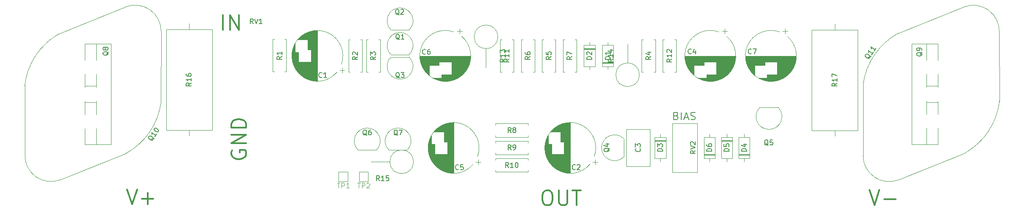
<source format=gbr>
%TF.GenerationSoftware,KiCad,Pcbnew,(6.0.0)*%
%TF.CreationDate,2022-07-31T17:52:24+01:00*%
%TF.ProjectId,Lynx AMP,4c796e78-2041-44d5-902e-6b696361645f,rev?*%
%TF.SameCoordinates,Original*%
%TF.FileFunction,Legend,Top*%
%TF.FilePolarity,Positive*%
%FSLAX46Y46*%
G04 Gerber Fmt 4.6, Leading zero omitted, Abs format (unit mm)*
G04 Created by KiCad (PCBNEW (6.0.0)) date 2022-07-31 17:52:24*
%MOMM*%
%LPD*%
G01*
G04 APERTURE LIST*
%ADD10C,0.300000*%
%ADD11C,0.150000*%
%ADD12C,0.100000*%
%ADD13C,0.120000*%
G04 APERTURE END LIST*
D10*
X53120795Y-140682142D02*
X54120795Y-143682142D01*
X55120795Y-140682142D01*
X56120795Y-142539285D02*
X58406509Y-142539285D01*
X57263652Y-143682142D02*
X57263652Y-141396428D01*
X72373101Y-108657142D02*
X72373101Y-105657142D01*
X73801672Y-108657142D02*
X73801672Y-105657142D01*
X75515958Y-108657142D01*
X75515958Y-105657142D01*
X137175000Y-140870956D02*
X137746428Y-140870956D01*
X138032142Y-141013814D01*
X138317857Y-141299528D01*
X138460714Y-141870956D01*
X138460714Y-142870956D01*
X138317857Y-143442385D01*
X138032142Y-143728099D01*
X137746428Y-143870956D01*
X137175000Y-143870956D01*
X136889285Y-143728099D01*
X136603571Y-143442385D01*
X136460714Y-142870956D01*
X136460714Y-141870956D01*
X136603571Y-141299528D01*
X136889285Y-141013814D01*
X137175000Y-140870956D01*
X139746428Y-140870956D02*
X139746428Y-143299528D01*
X139889285Y-143585242D01*
X140032142Y-143728099D01*
X140317857Y-143870956D01*
X140889285Y-143870956D01*
X141175000Y-143728099D01*
X141317857Y-143585242D01*
X141460714Y-143299528D01*
X141460714Y-140870956D01*
X142460714Y-140870956D02*
X144175000Y-140870956D01*
X143317857Y-143870956D02*
X143317857Y-140870956D01*
X202029970Y-140832142D02*
X203029970Y-143832142D01*
X204029970Y-140832142D01*
X205029970Y-142689285D02*
X207315684Y-142689285D01*
X74160165Y-132871034D02*
X74017307Y-133156748D01*
X74017307Y-133585320D01*
X74160165Y-134013891D01*
X74445879Y-134299605D01*
X74731593Y-134442462D01*
X75303022Y-134585320D01*
X75731593Y-134585320D01*
X76303022Y-134442462D01*
X76588736Y-134299605D01*
X76874450Y-134013891D01*
X77017307Y-133585320D01*
X77017307Y-133299605D01*
X76874450Y-132871034D01*
X76731593Y-132728177D01*
X75731593Y-132728177D01*
X75731593Y-133299605D01*
X77017307Y-131442462D02*
X74017307Y-131442462D01*
X77017307Y-129728177D01*
X74017307Y-129728177D01*
X77017307Y-128299605D02*
X74017307Y-128299605D01*
X74017307Y-127585320D01*
X74160165Y-127156748D01*
X74445879Y-126871034D01*
X74731593Y-126728177D01*
X75303022Y-126585320D01*
X75731593Y-126585320D01*
X76303022Y-126728177D01*
X76588736Y-126871034D01*
X76874450Y-127156748D01*
X77017307Y-127585320D01*
X77017307Y-128299605D01*
D11*
X163267857Y-125892857D02*
X163482142Y-125964285D01*
X163553571Y-126035714D01*
X163625000Y-126178571D01*
X163625000Y-126392857D01*
X163553571Y-126535714D01*
X163482142Y-126607142D01*
X163339285Y-126678571D01*
X162767857Y-126678571D01*
X162767857Y-125178571D01*
X163267857Y-125178571D01*
X163410714Y-125250000D01*
X163482142Y-125321428D01*
X163553571Y-125464285D01*
X163553571Y-125607142D01*
X163482142Y-125750000D01*
X163410714Y-125821428D01*
X163267857Y-125892857D01*
X162767857Y-125892857D01*
X164267857Y-126678571D02*
X164267857Y-125178571D01*
X164910714Y-126250000D02*
X165625000Y-126250000D01*
X164767857Y-126678571D02*
X165267857Y-125178571D01*
X165767857Y-126678571D01*
X166196428Y-126607142D02*
X166410714Y-126678571D01*
X166767857Y-126678571D01*
X166910714Y-126607142D01*
X166982142Y-126535714D01*
X167053571Y-126392857D01*
X167053571Y-126250000D01*
X166982142Y-126107142D01*
X166910714Y-126035714D01*
X166767857Y-125964285D01*
X166482142Y-125892857D01*
X166339285Y-125821428D01*
X166267857Y-125750000D01*
X166196428Y-125607142D01*
X166196428Y-125464285D01*
X166267857Y-125321428D01*
X166339285Y-125250000D01*
X166482142Y-125178571D01*
X166839285Y-125178571D01*
X167053571Y-125250000D01*
%TO.C,RV1*%
X78398761Y-107386380D02*
X78065428Y-106910190D01*
X77827333Y-107386380D02*
X77827333Y-106386380D01*
X78208285Y-106386380D01*
X78303523Y-106434000D01*
X78351142Y-106481619D01*
X78398761Y-106576857D01*
X78398761Y-106719714D01*
X78351142Y-106814952D01*
X78303523Y-106862571D01*
X78208285Y-106910190D01*
X77827333Y-106910190D01*
X78684476Y-106386380D02*
X79017809Y-107386380D01*
X79351142Y-106386380D01*
X80208285Y-107386380D02*
X79636857Y-107386380D01*
X79922571Y-107386380D02*
X79922571Y-106386380D01*
X79827333Y-106529238D01*
X79732095Y-106624476D01*
X79636857Y-106672095D01*
%TO.C,R8*%
X130140552Y-129283956D02*
X129807219Y-128807766D01*
X129569123Y-129283956D02*
X129569123Y-128283956D01*
X129950076Y-128283956D01*
X130045314Y-128331576D01*
X130092933Y-128379195D01*
X130140552Y-128474433D01*
X130140552Y-128617290D01*
X130092933Y-128712528D01*
X130045314Y-128760147D01*
X129950076Y-128807766D01*
X129569123Y-128807766D01*
X130711980Y-128712528D02*
X130616742Y-128664909D01*
X130569123Y-128617290D01*
X130521504Y-128522052D01*
X130521504Y-128474433D01*
X130569123Y-128379195D01*
X130616742Y-128331576D01*
X130711980Y-128283956D01*
X130902457Y-128283956D01*
X130997695Y-128331576D01*
X131045314Y-128379195D01*
X131092933Y-128474433D01*
X131092933Y-128522052D01*
X131045314Y-128617290D01*
X130997695Y-128664909D01*
X130902457Y-128712528D01*
X130711980Y-128712528D01*
X130616742Y-128760147D01*
X130569123Y-128807766D01*
X130521504Y-128903004D01*
X130521504Y-129093480D01*
X130569123Y-129188718D01*
X130616742Y-129236337D01*
X130711980Y-129283956D01*
X130902457Y-129283956D01*
X130997695Y-129236337D01*
X131045314Y-129188718D01*
X131092933Y-129093480D01*
X131092933Y-128903004D01*
X131045314Y-128807766D01*
X130997695Y-128760147D01*
X130902457Y-128712528D01*
%TO.C,D5*%
X173874599Y-133045706D02*
X172874599Y-133045706D01*
X172874599Y-132807611D01*
X172922219Y-132664753D01*
X173017457Y-132569515D01*
X173112695Y-132521896D01*
X173303171Y-132474277D01*
X173446028Y-132474277D01*
X173636504Y-132521896D01*
X173731742Y-132569515D01*
X173826980Y-132664753D01*
X173874599Y-132807611D01*
X173874599Y-133045706D01*
X172874599Y-131569515D02*
X172874599Y-132045706D01*
X173350790Y-132093325D01*
X173303171Y-132045706D01*
X173255552Y-131950468D01*
X173255552Y-131712372D01*
X173303171Y-131617134D01*
X173350790Y-131569515D01*
X173446028Y-131521896D01*
X173684123Y-131521896D01*
X173779361Y-131569515D01*
X173826980Y-131617134D01*
X173874599Y-131712372D01*
X173874599Y-131950468D01*
X173826980Y-132045706D01*
X173779361Y-132093325D01*
%TO.C,R15*%
X103744361Y-138957699D02*
X103411028Y-138481509D01*
X103172933Y-138957699D02*
X103172933Y-137957699D01*
X103553885Y-137957699D01*
X103649123Y-138005319D01*
X103696742Y-138052938D01*
X103744361Y-138148176D01*
X103744361Y-138291033D01*
X103696742Y-138386271D01*
X103649123Y-138433890D01*
X103553885Y-138481509D01*
X103172933Y-138481509D01*
X104696742Y-138957699D02*
X104125314Y-138957699D01*
X104411028Y-138957699D02*
X104411028Y-137957699D01*
X104315790Y-138100557D01*
X104220552Y-138195795D01*
X104125314Y-138243414D01*
X105601504Y-137957699D02*
X105125314Y-137957699D01*
X105077695Y-138433890D01*
X105125314Y-138386271D01*
X105220552Y-138338652D01*
X105458647Y-138338652D01*
X105553885Y-138386271D01*
X105601504Y-138433890D01*
X105649123Y-138529128D01*
X105649123Y-138767223D01*
X105601504Y-138862461D01*
X105553885Y-138910080D01*
X105458647Y-138957699D01*
X105220552Y-138957699D01*
X105125314Y-138910080D01*
X105077695Y-138862461D01*
%TO.C,R6*%
X133977380Y-113991666D02*
X133501190Y-114325000D01*
X133977380Y-114563095D02*
X132977380Y-114563095D01*
X132977380Y-114182142D01*
X133025000Y-114086904D01*
X133072619Y-114039285D01*
X133167857Y-113991666D01*
X133310714Y-113991666D01*
X133405952Y-114039285D01*
X133453571Y-114086904D01*
X133501190Y-114182142D01*
X133501190Y-114563095D01*
X132977380Y-113134523D02*
X132977380Y-113325000D01*
X133025000Y-113420238D01*
X133072619Y-113467857D01*
X133215476Y-113563095D01*
X133405952Y-113610714D01*
X133786904Y-113610714D01*
X133882142Y-113563095D01*
X133929761Y-113515476D01*
X133977380Y-113420238D01*
X133977380Y-113229761D01*
X133929761Y-113134523D01*
X133882142Y-113086904D01*
X133786904Y-113039285D01*
X133548809Y-113039285D01*
X133453571Y-113086904D01*
X133405952Y-113134523D01*
X133358333Y-113229761D01*
X133358333Y-113420238D01*
X133405952Y-113515476D01*
X133453571Y-113563095D01*
X133548809Y-113610714D01*
%TO.C,R16*%
X65984380Y-119282857D02*
X65508190Y-119616190D01*
X65984380Y-119854285D02*
X64984380Y-119854285D01*
X64984380Y-119473333D01*
X65032000Y-119378095D01*
X65079619Y-119330476D01*
X65174857Y-119282857D01*
X65317714Y-119282857D01*
X65412952Y-119330476D01*
X65460571Y-119378095D01*
X65508190Y-119473333D01*
X65508190Y-119854285D01*
X65984380Y-118330476D02*
X65984380Y-118901904D01*
X65984380Y-118616190D02*
X64984380Y-118616190D01*
X65127238Y-118711428D01*
X65222476Y-118806666D01*
X65270095Y-118901904D01*
X64984380Y-117473333D02*
X64984380Y-117663809D01*
X65032000Y-117759047D01*
X65079619Y-117806666D01*
X65222476Y-117901904D01*
X65412952Y-117949523D01*
X65793904Y-117949523D01*
X65889142Y-117901904D01*
X65936761Y-117854285D01*
X65984380Y-117759047D01*
X65984380Y-117568571D01*
X65936761Y-117473333D01*
X65889142Y-117425714D01*
X65793904Y-117378095D01*
X65555809Y-117378095D01*
X65460571Y-117425714D01*
X65412952Y-117473333D01*
X65365333Y-117568571D01*
X65365333Y-117759047D01*
X65412952Y-117854285D01*
X65460571Y-117901904D01*
X65555809Y-117949523D01*
%TO.C, *%
%TO.C,C2*%
X143030552Y-136614753D02*
X142982933Y-136662372D01*
X142840076Y-136709991D01*
X142744838Y-136709991D01*
X142601980Y-136662372D01*
X142506742Y-136567134D01*
X142459123Y-136471896D01*
X142411504Y-136281420D01*
X142411504Y-136138563D01*
X142459123Y-135948087D01*
X142506742Y-135852849D01*
X142601980Y-135757611D01*
X142744838Y-135709991D01*
X142840076Y-135709991D01*
X142982933Y-135757611D01*
X143030552Y-135805230D01*
X143411504Y-135805230D02*
X143459123Y-135757611D01*
X143554361Y-135709991D01*
X143792457Y-135709991D01*
X143887695Y-135757611D01*
X143935314Y-135805230D01*
X143982933Y-135900468D01*
X143982933Y-135995706D01*
X143935314Y-136138563D01*
X143363885Y-136709991D01*
X143982933Y-136709991D01*
%TO.C,R13*%
X128944396Y-114472857D02*
X128468206Y-114806190D01*
X128944396Y-115044285D02*
X127944396Y-115044285D01*
X127944396Y-114663333D01*
X127992016Y-114568095D01*
X128039635Y-114520476D01*
X128134873Y-114472857D01*
X128277730Y-114472857D01*
X128372968Y-114520476D01*
X128420587Y-114568095D01*
X128468206Y-114663333D01*
X128468206Y-115044285D01*
X128944396Y-113520476D02*
X128944396Y-114091904D01*
X128944396Y-113806190D02*
X127944396Y-113806190D01*
X128087254Y-113901428D01*
X128182492Y-113996666D01*
X128230111Y-114091904D01*
X127944396Y-113187142D02*
X127944396Y-112568095D01*
X128325349Y-112901428D01*
X128325349Y-112758571D01*
X128372968Y-112663333D01*
X128420587Y-112615714D01*
X128515825Y-112568095D01*
X128753920Y-112568095D01*
X128849158Y-112615714D01*
X128896777Y-112663333D01*
X128944396Y-112758571D01*
X128944396Y-113044285D01*
X128896777Y-113139523D01*
X128849158Y-113187142D01*
%TO.C,Q9*%
X212617619Y-113130527D02*
X212570000Y-113225765D01*
X212474761Y-113321003D01*
X212331904Y-113463860D01*
X212284285Y-113559098D01*
X212284285Y-113654336D01*
X212522380Y-113606717D02*
X212474761Y-113701955D01*
X212379523Y-113797193D01*
X212189047Y-113844812D01*
X211855714Y-113844812D01*
X211665238Y-113797193D01*
X211570000Y-113701955D01*
X211522380Y-113606717D01*
X211522380Y-113416241D01*
X211570000Y-113321003D01*
X211665238Y-113225765D01*
X211855714Y-113178146D01*
X212189047Y-113178146D01*
X212379523Y-113225765D01*
X212474761Y-113321003D01*
X212522380Y-113416241D01*
X212522380Y-113606717D01*
X212522380Y-112701955D02*
X212522380Y-112511479D01*
X212474761Y-112416241D01*
X212427142Y-112368622D01*
X212284285Y-112273384D01*
X212093809Y-112225765D01*
X211712857Y-112225765D01*
X211617619Y-112273384D01*
X211570000Y-112321003D01*
X211522380Y-112416241D01*
X211522380Y-112606717D01*
X211570000Y-112701955D01*
X211617619Y-112749574D01*
X211712857Y-112797193D01*
X211950952Y-112797193D01*
X212046190Y-112749574D01*
X212093809Y-112701955D01*
X212141428Y-112606717D01*
X212141428Y-112416241D01*
X212093809Y-112321003D01*
X212046190Y-112273384D01*
X211950952Y-112225765D01*
%TO.C,R11*%
X129757828Y-114467857D02*
X129281638Y-114801190D01*
X129757828Y-115039285D02*
X128757828Y-115039285D01*
X128757828Y-114658333D01*
X128805448Y-114563095D01*
X128853067Y-114515476D01*
X128948305Y-114467857D01*
X129091162Y-114467857D01*
X129186400Y-114515476D01*
X129234019Y-114563095D01*
X129281638Y-114658333D01*
X129281638Y-115039285D01*
X129757828Y-113515476D02*
X129757828Y-114086904D01*
X129757828Y-113801190D02*
X128757828Y-113801190D01*
X128900686Y-113896428D01*
X128995924Y-113991666D01*
X129043543Y-114086904D01*
X129757828Y-112563095D02*
X129757828Y-113134523D01*
X129757828Y-112848809D02*
X128757828Y-112848809D01*
X128900686Y-112944047D01*
X128995924Y-113039285D01*
X129043543Y-113134523D01*
%TO.C,Q7*%
X107386980Y-129830230D02*
X107291742Y-129782611D01*
X107196504Y-129687372D01*
X107053647Y-129544515D01*
X106958409Y-129496896D01*
X106863171Y-129496896D01*
X106910790Y-129734991D02*
X106815552Y-129687372D01*
X106720314Y-129592134D01*
X106672695Y-129401658D01*
X106672695Y-129068325D01*
X106720314Y-128877849D01*
X106815552Y-128782611D01*
X106910790Y-128734991D01*
X107101266Y-128734991D01*
X107196504Y-128782611D01*
X107291742Y-128877849D01*
X107339361Y-129068325D01*
X107339361Y-129401658D01*
X107291742Y-129592134D01*
X107196504Y-129687372D01*
X107101266Y-129734991D01*
X106910790Y-129734991D01*
X107672695Y-128734991D02*
X108339361Y-128734991D01*
X107910790Y-129734991D01*
%TO.C,Q6*%
X101196980Y-129830230D02*
X101101742Y-129782611D01*
X101006504Y-129687372D01*
X100863647Y-129544515D01*
X100768409Y-129496896D01*
X100673171Y-129496896D01*
X100720790Y-129734991D02*
X100625552Y-129687372D01*
X100530314Y-129592134D01*
X100482695Y-129401658D01*
X100482695Y-129068325D01*
X100530314Y-128877849D01*
X100625552Y-128782611D01*
X100720790Y-128734991D01*
X100911266Y-128734991D01*
X101006504Y-128782611D01*
X101101742Y-128877849D01*
X101149361Y-129068325D01*
X101149361Y-129401658D01*
X101101742Y-129592134D01*
X101006504Y-129687372D01*
X100911266Y-129734991D01*
X100720790Y-129734991D01*
X102006504Y-128734991D02*
X101816028Y-128734991D01*
X101720790Y-128782611D01*
X101673171Y-128830230D01*
X101577933Y-128973087D01*
X101530314Y-129163563D01*
X101530314Y-129544515D01*
X101577933Y-129639753D01*
X101625552Y-129687372D01*
X101720790Y-129734991D01*
X101911266Y-129734991D01*
X102006504Y-129687372D01*
X102054123Y-129639753D01*
X102101742Y-129544515D01*
X102101742Y-129306420D01*
X102054123Y-129211182D01*
X102006504Y-129163563D01*
X101911266Y-129115944D01*
X101720790Y-129115944D01*
X101625552Y-129163563D01*
X101577933Y-129211182D01*
X101530314Y-129306420D01*
%TO.C,Q2*%
X107704761Y-105597619D02*
X107609523Y-105550000D01*
X107514285Y-105454761D01*
X107371428Y-105311904D01*
X107276190Y-105264285D01*
X107180952Y-105264285D01*
X107228571Y-105502380D02*
X107133333Y-105454761D01*
X107038095Y-105359523D01*
X106990476Y-105169047D01*
X106990476Y-104835714D01*
X107038095Y-104645238D01*
X107133333Y-104550000D01*
X107228571Y-104502380D01*
X107419047Y-104502380D01*
X107514285Y-104550000D01*
X107609523Y-104645238D01*
X107657142Y-104835714D01*
X107657142Y-105169047D01*
X107609523Y-105359523D01*
X107514285Y-105454761D01*
X107419047Y-105502380D01*
X107228571Y-105502380D01*
X108038095Y-104597619D02*
X108085714Y-104550000D01*
X108180952Y-104502380D01*
X108419047Y-104502380D01*
X108514285Y-104550000D01*
X108561904Y-104597619D01*
X108609523Y-104692857D01*
X108609523Y-104788095D01*
X108561904Y-104930952D01*
X107990476Y-105502380D01*
X108609523Y-105502380D01*
%TO.C,Q8*%
X49390619Y-112992527D02*
X49343000Y-113087765D01*
X49247761Y-113183003D01*
X49104904Y-113325860D01*
X49057285Y-113421098D01*
X49057285Y-113516336D01*
X49295380Y-113468717D02*
X49247761Y-113563955D01*
X49152523Y-113659193D01*
X48962047Y-113706812D01*
X48628714Y-113706812D01*
X48438238Y-113659193D01*
X48343000Y-113563955D01*
X48295380Y-113468717D01*
X48295380Y-113278241D01*
X48343000Y-113183003D01*
X48438238Y-113087765D01*
X48628714Y-113040146D01*
X48962047Y-113040146D01*
X49152523Y-113087765D01*
X49247761Y-113183003D01*
X49295380Y-113278241D01*
X49295380Y-113468717D01*
X48723952Y-112468717D02*
X48676333Y-112563955D01*
X48628714Y-112611574D01*
X48533476Y-112659193D01*
X48485857Y-112659193D01*
X48390619Y-112611574D01*
X48343000Y-112563955D01*
X48295380Y-112468717D01*
X48295380Y-112278241D01*
X48343000Y-112183003D01*
X48390619Y-112135384D01*
X48485857Y-112087765D01*
X48533476Y-112087765D01*
X48628714Y-112135384D01*
X48676333Y-112183003D01*
X48723952Y-112278241D01*
X48723952Y-112468717D01*
X48771571Y-112563955D01*
X48819190Y-112611574D01*
X48914428Y-112659193D01*
X49104904Y-112659193D01*
X49200142Y-112611574D01*
X49247761Y-112563955D01*
X49295380Y-112468717D01*
X49295380Y-112278241D01*
X49247761Y-112183003D01*
X49200142Y-112135384D01*
X49104904Y-112087765D01*
X48914428Y-112087765D01*
X48819190Y-112135384D01*
X48771571Y-112183003D01*
X48723952Y-112278241D01*
D12*
%TO.C,TP1*%
X95255114Y-139402380D02*
X95826542Y-139402380D01*
X95540828Y-140402380D02*
X95540828Y-139402380D01*
X96159876Y-140402380D02*
X96159876Y-139402380D01*
X96540828Y-139402380D01*
X96636066Y-139450000D01*
X96683685Y-139497619D01*
X96731304Y-139592857D01*
X96731304Y-139735714D01*
X96683685Y-139830952D01*
X96636066Y-139878571D01*
X96540828Y-139926190D01*
X96159876Y-139926190D01*
X97683685Y-140402380D02*
X97112257Y-140402380D01*
X97397971Y-140402380D02*
X97397971Y-139402380D01*
X97302733Y-139545238D01*
X97207495Y-139640476D01*
X97112257Y-139688095D01*
D11*
%TO.C,R4*%
X158177604Y-113991666D02*
X157701414Y-114325000D01*
X158177604Y-114563095D02*
X157177604Y-114563095D01*
X157177604Y-114182142D01*
X157225224Y-114086904D01*
X157272843Y-114039285D01*
X157368081Y-113991666D01*
X157510938Y-113991666D01*
X157606176Y-114039285D01*
X157653795Y-114086904D01*
X157701414Y-114182142D01*
X157701414Y-114563095D01*
X157510938Y-113134523D02*
X158177604Y-113134523D01*
X157129985Y-113372619D02*
X157844271Y-113610714D01*
X157844271Y-112991666D01*
%TO.C,D2*%
X146327380Y-114563095D02*
X145327380Y-114563095D01*
X145327380Y-114325000D01*
X145375000Y-114182142D01*
X145470238Y-114086904D01*
X145565476Y-114039285D01*
X145755952Y-113991666D01*
X145898809Y-113991666D01*
X146089285Y-114039285D01*
X146184523Y-114086904D01*
X146279761Y-114182142D01*
X146327380Y-114325000D01*
X146327380Y-114563095D01*
X145422619Y-113610714D02*
X145375000Y-113563095D01*
X145327380Y-113467857D01*
X145327380Y-113229761D01*
X145375000Y-113134523D01*
X145422619Y-113086904D01*
X145517857Y-113039285D01*
X145613095Y-113039285D01*
X145755952Y-113086904D01*
X146327380Y-113658333D01*
X146327380Y-113039285D01*
%TO.C,C3*%
X155997919Y-132474277D02*
X156045538Y-132521896D01*
X156093157Y-132664753D01*
X156093157Y-132759991D01*
X156045538Y-132902849D01*
X155950300Y-132998087D01*
X155855062Y-133045706D01*
X155664586Y-133093325D01*
X155521729Y-133093325D01*
X155331253Y-133045706D01*
X155236015Y-132998087D01*
X155140777Y-132902849D01*
X155093157Y-132759991D01*
X155093157Y-132664753D01*
X155140777Y-132521896D01*
X155188396Y-132474277D01*
X155093157Y-132140944D02*
X155093157Y-131521896D01*
X155474110Y-131855230D01*
X155474110Y-131712372D01*
X155521729Y-131617134D01*
X155569348Y-131569515D01*
X155664586Y-131521896D01*
X155902681Y-131521896D01*
X155997919Y-131569515D01*
X156045538Y-131617134D01*
X156093157Y-131712372D01*
X156093157Y-131998087D01*
X156045538Y-132093325D01*
X155997919Y-132140944D01*
%TO.C,C1*%
X92208333Y-118107142D02*
X92160714Y-118154761D01*
X92017857Y-118202380D01*
X91922619Y-118202380D01*
X91779761Y-118154761D01*
X91684523Y-118059523D01*
X91636904Y-117964285D01*
X91589285Y-117773809D01*
X91589285Y-117630952D01*
X91636904Y-117440476D01*
X91684523Y-117345238D01*
X91779761Y-117250000D01*
X91922619Y-117202380D01*
X92017857Y-117202380D01*
X92160714Y-117250000D01*
X92208333Y-117297619D01*
X93160714Y-118202380D02*
X92589285Y-118202380D01*
X92875000Y-118202380D02*
X92875000Y-117202380D01*
X92779761Y-117345238D01*
X92684523Y-117440476D01*
X92589285Y-117488095D01*
%TO.C,Q11*%
X202370037Y-113940158D02*
X202277303Y-113992486D01*
X202145091Y-114018185D01*
X201946772Y-114056734D01*
X201854038Y-114109062D01*
X201800781Y-114188018D01*
X202024799Y-114281681D02*
X201932065Y-114334009D01*
X201799852Y-114359708D01*
X201615312Y-114292674D01*
X201338966Y-114106276D01*
X201207683Y-113960285D01*
X201181983Y-113828073D01*
X201195762Y-113722488D01*
X201302275Y-113564576D01*
X201395009Y-113512249D01*
X201527221Y-113486549D01*
X201711762Y-113553584D01*
X201988107Y-113739982D01*
X202119391Y-113885973D01*
X202145091Y-114018185D01*
X202131312Y-114123769D01*
X202024799Y-114281681D01*
X202797018Y-113136820D02*
X202477479Y-113610556D01*
X202637249Y-113373688D02*
X201808211Y-112814495D01*
X201873388Y-112973335D01*
X201899088Y-113105548D01*
X201885309Y-113211132D01*
X203329583Y-112347260D02*
X203010044Y-112820996D01*
X203169813Y-112584128D02*
X202340776Y-112024935D01*
X202405953Y-112183776D01*
X202431653Y-112315988D01*
X202417874Y-112421573D01*
D12*
%TO.C,TP2*%
X99336037Y-139402380D02*
X99907465Y-139402380D01*
X99621751Y-140402380D02*
X99621751Y-139402380D01*
X100240799Y-140402380D02*
X100240799Y-139402380D01*
X100621751Y-139402380D01*
X100716989Y-139450000D01*
X100764608Y-139497619D01*
X100812227Y-139592857D01*
X100812227Y-139735714D01*
X100764608Y-139830952D01*
X100716989Y-139878571D01*
X100621751Y-139926190D01*
X100240799Y-139926190D01*
X101193180Y-139497619D02*
X101240799Y-139450000D01*
X101336037Y-139402380D01*
X101574132Y-139402380D01*
X101669370Y-139450000D01*
X101716989Y-139497619D01*
X101764608Y-139592857D01*
X101764608Y-139688095D01*
X101716989Y-139830952D01*
X101145561Y-140402380D01*
X101764608Y-140402380D01*
D11*
%TO.C,D3*%
X160524599Y-133045706D02*
X159524599Y-133045706D01*
X159524599Y-132807611D01*
X159572219Y-132664753D01*
X159667457Y-132569515D01*
X159762695Y-132521896D01*
X159953171Y-132474277D01*
X160096028Y-132474277D01*
X160286504Y-132521896D01*
X160381742Y-132569515D01*
X160476980Y-132664753D01*
X160524599Y-132807611D01*
X160524599Y-133045706D01*
X159524599Y-132140944D02*
X159524599Y-131521896D01*
X159905552Y-131855230D01*
X159905552Y-131712372D01*
X159953171Y-131617134D01*
X160000790Y-131569515D01*
X160096028Y-131521896D01*
X160334123Y-131521896D01*
X160429361Y-131569515D01*
X160476980Y-131617134D01*
X160524599Y-131712372D01*
X160524599Y-131998087D01*
X160476980Y-132093325D01*
X160429361Y-132140944D01*
%TO.C,RV2*%
X167110761Y-132902849D02*
X166634571Y-133236182D01*
X167110761Y-133474277D02*
X166110761Y-133474277D01*
X166110761Y-133093325D01*
X166158381Y-132998087D01*
X166206000Y-132950468D01*
X166301238Y-132902849D01*
X166444095Y-132902849D01*
X166539333Y-132950468D01*
X166586952Y-132998087D01*
X166634571Y-133093325D01*
X166634571Y-133474277D01*
X166110761Y-132617134D02*
X167110761Y-132283801D01*
X166110761Y-131950468D01*
X166206000Y-131664753D02*
X166158381Y-131617134D01*
X166110761Y-131521896D01*
X166110761Y-131283801D01*
X166158381Y-131188563D01*
X166206000Y-131140944D01*
X166301238Y-131093325D01*
X166396476Y-131093325D01*
X166539333Y-131140944D01*
X167110761Y-131712372D01*
X167110761Y-131093325D01*
%TO.C,C7*%
X178333333Y-113357142D02*
X178285714Y-113404761D01*
X178142857Y-113452380D01*
X178047619Y-113452380D01*
X177904761Y-113404761D01*
X177809523Y-113309523D01*
X177761904Y-113214285D01*
X177714285Y-113023809D01*
X177714285Y-112880952D01*
X177761904Y-112690476D01*
X177809523Y-112595238D01*
X177904761Y-112500000D01*
X178047619Y-112452380D01*
X178142857Y-112452380D01*
X178285714Y-112500000D01*
X178333333Y-112547619D01*
X178666666Y-112452380D02*
X179333333Y-112452380D01*
X178904761Y-113452380D01*
%TO.C,D4*%
X177369599Y-133045706D02*
X176369599Y-133045706D01*
X176369599Y-132807611D01*
X176417219Y-132664753D01*
X176512457Y-132569515D01*
X176607695Y-132521896D01*
X176798171Y-132474277D01*
X176941028Y-132474277D01*
X177131504Y-132521896D01*
X177226742Y-132569515D01*
X177321980Y-132664753D01*
X177369599Y-132807611D01*
X177369599Y-133045706D01*
X176702933Y-131617134D02*
X177369599Y-131617134D01*
X176321980Y-131855230D02*
X177036266Y-132093325D01*
X177036266Y-131474277D01*
%TO.C,Q1*%
X107779291Y-110572619D02*
X107684053Y-110525000D01*
X107588815Y-110429761D01*
X107445958Y-110286904D01*
X107350720Y-110239285D01*
X107255482Y-110239285D01*
X107303101Y-110477380D02*
X107207863Y-110429761D01*
X107112625Y-110334523D01*
X107065006Y-110144047D01*
X107065006Y-109810714D01*
X107112625Y-109620238D01*
X107207863Y-109525000D01*
X107303101Y-109477380D01*
X107493577Y-109477380D01*
X107588815Y-109525000D01*
X107684053Y-109620238D01*
X107731672Y-109810714D01*
X107731672Y-110144047D01*
X107684053Y-110334523D01*
X107588815Y-110429761D01*
X107493577Y-110477380D01*
X107303101Y-110477380D01*
X108684053Y-110477380D02*
X108112625Y-110477380D01*
X108398339Y-110477380D02*
X108398339Y-109477380D01*
X108303101Y-109620238D01*
X108207863Y-109715476D01*
X108112625Y-109763095D01*
%TO.C,C6*%
X112983333Y-113432142D02*
X112935714Y-113479761D01*
X112792857Y-113527380D01*
X112697619Y-113527380D01*
X112554761Y-113479761D01*
X112459523Y-113384523D01*
X112411904Y-113289285D01*
X112364285Y-113098809D01*
X112364285Y-112955952D01*
X112411904Y-112765476D01*
X112459523Y-112670238D01*
X112554761Y-112575000D01*
X112697619Y-112527380D01*
X112792857Y-112527380D01*
X112935714Y-112575000D01*
X112983333Y-112622619D01*
X113840476Y-112527380D02*
X113650000Y-112527380D01*
X113554761Y-112575000D01*
X113507142Y-112622619D01*
X113411904Y-112765476D01*
X113364285Y-112955952D01*
X113364285Y-113336904D01*
X113411904Y-113432142D01*
X113459523Y-113479761D01*
X113554761Y-113527380D01*
X113745238Y-113527380D01*
X113840476Y-113479761D01*
X113888095Y-113432142D01*
X113935714Y-113336904D01*
X113935714Y-113098809D01*
X113888095Y-113003571D01*
X113840476Y-112955952D01*
X113745238Y-112908333D01*
X113554761Y-112908333D01*
X113459523Y-112955952D01*
X113411904Y-113003571D01*
X113364285Y-113098809D01*
%TO.C,Q4*%
X149862799Y-132377849D02*
X149815180Y-132473087D01*
X149719941Y-132568325D01*
X149577084Y-132711182D01*
X149529465Y-132806420D01*
X149529465Y-132901658D01*
X149767560Y-132854039D02*
X149719941Y-132949277D01*
X149624703Y-133044515D01*
X149434227Y-133092134D01*
X149100894Y-133092134D01*
X148910418Y-133044515D01*
X148815180Y-132949277D01*
X148767560Y-132854039D01*
X148767560Y-132663563D01*
X148815180Y-132568325D01*
X148910418Y-132473087D01*
X149100894Y-132425468D01*
X149434227Y-132425468D01*
X149624703Y-132473087D01*
X149719941Y-132568325D01*
X149767560Y-132663563D01*
X149767560Y-132854039D01*
X149100894Y-131568325D02*
X149767560Y-131568325D01*
X148719941Y-131806420D02*
X149434227Y-132044515D01*
X149434227Y-131425468D01*
%TO.C,D6*%
X170399599Y-133045706D02*
X169399599Y-133045706D01*
X169399599Y-132807611D01*
X169447219Y-132664753D01*
X169542457Y-132569515D01*
X169637695Y-132521896D01*
X169828171Y-132474277D01*
X169971028Y-132474277D01*
X170161504Y-132521896D01*
X170256742Y-132569515D01*
X170351980Y-132664753D01*
X170399599Y-132807611D01*
X170399599Y-133045706D01*
X169399599Y-131617134D02*
X169399599Y-131807611D01*
X169447219Y-131902849D01*
X169494838Y-131950468D01*
X169637695Y-132045706D01*
X169828171Y-132093325D01*
X170209123Y-132093325D01*
X170304361Y-132045706D01*
X170351980Y-131998087D01*
X170399599Y-131902849D01*
X170399599Y-131712372D01*
X170351980Y-131617134D01*
X170304361Y-131569515D01*
X170209123Y-131521896D01*
X169971028Y-131521896D01*
X169875790Y-131569515D01*
X169828171Y-131617134D01*
X169780552Y-131712372D01*
X169780552Y-131902849D01*
X169828171Y-131998087D01*
X169875790Y-132045706D01*
X169971028Y-132093325D01*
%TO.C, *%
%TO.C,Q5*%
X181726980Y-131861039D02*
X181631742Y-131813420D01*
X181536504Y-131718181D01*
X181393647Y-131575324D01*
X181298409Y-131527705D01*
X181203171Y-131527705D01*
X181250790Y-131765800D02*
X181155552Y-131718181D01*
X181060314Y-131622943D01*
X181012695Y-131432467D01*
X181012695Y-131099134D01*
X181060314Y-130908658D01*
X181155552Y-130813420D01*
X181250790Y-130765800D01*
X181441266Y-130765800D01*
X181536504Y-130813420D01*
X181631742Y-130908658D01*
X181679361Y-131099134D01*
X181679361Y-131432467D01*
X181631742Y-131622943D01*
X181536504Y-131718181D01*
X181441266Y-131765800D01*
X181250790Y-131765800D01*
X182584123Y-130765800D02*
X182107933Y-130765800D01*
X182060314Y-131241991D01*
X182107933Y-131194372D01*
X182203171Y-131146753D01*
X182441266Y-131146753D01*
X182536504Y-131194372D01*
X182584123Y-131241991D01*
X182631742Y-131337229D01*
X182631742Y-131575324D01*
X182584123Y-131670562D01*
X182536504Y-131718181D01*
X182441266Y-131765800D01*
X182203171Y-131765800D01*
X182107933Y-131718181D01*
X182060314Y-131670562D01*
%TO.C,R9*%
X130130552Y-132734991D02*
X129797219Y-132258801D01*
X129559123Y-132734991D02*
X129559123Y-131734991D01*
X129940076Y-131734991D01*
X130035314Y-131782611D01*
X130082933Y-131830230D01*
X130130552Y-131925468D01*
X130130552Y-132068325D01*
X130082933Y-132163563D01*
X130035314Y-132211182D01*
X129940076Y-132258801D01*
X129559123Y-132258801D01*
X130606742Y-132734991D02*
X130797219Y-132734991D01*
X130892457Y-132687372D01*
X130940076Y-132639753D01*
X131035314Y-132496896D01*
X131082933Y-132306420D01*
X131082933Y-131925468D01*
X131035314Y-131830230D01*
X130987695Y-131782611D01*
X130892457Y-131734991D01*
X130701980Y-131734991D01*
X130606742Y-131782611D01*
X130559123Y-131830230D01*
X130511504Y-131925468D01*
X130511504Y-132163563D01*
X130559123Y-132258801D01*
X130606742Y-132306420D01*
X130701980Y-132354039D01*
X130892457Y-132354039D01*
X130987695Y-132306420D01*
X131035314Y-132258801D01*
X131082933Y-132163563D01*
%TO.C,Q3*%
X107779291Y-118277420D02*
X107684053Y-118229801D01*
X107588815Y-118134562D01*
X107445958Y-117991705D01*
X107350720Y-117944086D01*
X107255482Y-117944086D01*
X107303101Y-118182181D02*
X107207863Y-118134562D01*
X107112625Y-118039324D01*
X107065006Y-117848848D01*
X107065006Y-117515515D01*
X107112625Y-117325039D01*
X107207863Y-117229801D01*
X107303101Y-117182181D01*
X107493577Y-117182181D01*
X107588815Y-117229801D01*
X107684053Y-117325039D01*
X107731672Y-117515515D01*
X107731672Y-117848848D01*
X107684053Y-118039324D01*
X107588815Y-118134562D01*
X107493577Y-118182181D01*
X107303101Y-118182181D01*
X108065006Y-117182181D02*
X108684053Y-117182181D01*
X108350720Y-117563134D01*
X108493577Y-117563134D01*
X108588815Y-117610753D01*
X108636434Y-117658372D01*
X108684053Y-117753610D01*
X108684053Y-117991705D01*
X108636434Y-118086943D01*
X108588815Y-118134562D01*
X108493577Y-118182181D01*
X108207863Y-118182181D01*
X108112625Y-118134562D01*
X108065006Y-118086943D01*
%TO.C,R1*%
X84152380Y-113991666D02*
X83676190Y-114325000D01*
X84152380Y-114563095D02*
X83152380Y-114563095D01*
X83152380Y-114182142D01*
X83200000Y-114086904D01*
X83247619Y-114039285D01*
X83342857Y-113991666D01*
X83485714Y-113991666D01*
X83580952Y-114039285D01*
X83628571Y-114086904D01*
X83676190Y-114182142D01*
X83676190Y-114563095D01*
X84152380Y-113039285D02*
X84152380Y-113610714D01*
X84152380Y-113325000D02*
X83152380Y-113325000D01*
X83295238Y-113420238D01*
X83390476Y-113515476D01*
X83438095Y-113610714D01*
%TO.C,R5*%
X138177604Y-113991666D02*
X137701414Y-114325000D01*
X138177604Y-114563095D02*
X137177604Y-114563095D01*
X137177604Y-114182142D01*
X137225224Y-114086904D01*
X137272843Y-114039285D01*
X137368081Y-113991666D01*
X137510938Y-113991666D01*
X137606176Y-114039285D01*
X137653795Y-114086904D01*
X137701414Y-114182142D01*
X137701414Y-114563095D01*
X137177604Y-113086904D02*
X137177604Y-113563095D01*
X137653795Y-113610714D01*
X137606176Y-113563095D01*
X137558557Y-113467857D01*
X137558557Y-113229761D01*
X137606176Y-113134523D01*
X137653795Y-113086904D01*
X137749033Y-113039285D01*
X137987128Y-113039285D01*
X138082366Y-113086904D01*
X138129985Y-113134523D01*
X138177604Y-113229761D01*
X138177604Y-113467857D01*
X138129985Y-113563095D01*
X138082366Y-113610714D01*
%TO.C,Q10*%
X58596616Y-130380429D02*
X58503882Y-130432757D01*
X58371670Y-130458456D01*
X58173351Y-130497005D01*
X58080617Y-130549333D01*
X58027360Y-130628289D01*
X58251378Y-130721952D02*
X58158644Y-130774280D01*
X58026431Y-130799979D01*
X57841891Y-130732945D01*
X57565545Y-130546547D01*
X57434262Y-130400556D01*
X57408562Y-130268344D01*
X57422341Y-130162759D01*
X57528854Y-130004847D01*
X57621588Y-129952520D01*
X57753800Y-129926820D01*
X57938341Y-129993855D01*
X58214686Y-130180253D01*
X58345970Y-130326244D01*
X58371670Y-130458456D01*
X58357891Y-130564040D01*
X58251378Y-130721952D01*
X59023597Y-129577091D02*
X58704058Y-130050827D01*
X58863828Y-129813959D02*
X58034790Y-129254766D01*
X58099967Y-129413606D01*
X58125667Y-129545819D01*
X58111888Y-129651403D01*
X58540726Y-128504684D02*
X58593983Y-128425728D01*
X58686717Y-128373401D01*
X58752824Y-128360551D01*
X58858408Y-128374329D01*
X59042948Y-128441364D01*
X59240338Y-128574505D01*
X59371621Y-128720496D01*
X59423949Y-128813231D01*
X59436799Y-128879337D01*
X59423020Y-128984921D01*
X59369764Y-129063877D01*
X59277030Y-129116205D01*
X59210923Y-129129055D01*
X59105339Y-129115276D01*
X58920799Y-129048241D01*
X58723409Y-128915100D01*
X58592125Y-128769109D01*
X58539798Y-128676375D01*
X58526948Y-128610268D01*
X58540726Y-128504684D01*
%TO.C,R17*%
X195527380Y-119342857D02*
X195051190Y-119676190D01*
X195527380Y-119914285D02*
X194527380Y-119914285D01*
X194527380Y-119533333D01*
X194575000Y-119438095D01*
X194622619Y-119390476D01*
X194717857Y-119342857D01*
X194860714Y-119342857D01*
X194955952Y-119390476D01*
X195003571Y-119438095D01*
X195051190Y-119533333D01*
X195051190Y-119914285D01*
X195527380Y-118390476D02*
X195527380Y-118961904D01*
X195527380Y-118676190D02*
X194527380Y-118676190D01*
X194670238Y-118771428D01*
X194765476Y-118866666D01*
X194813095Y-118961904D01*
X194527380Y-118057142D02*
X194527380Y-117390476D01*
X195527380Y-117819047D01*
%TO.C,R3*%
X102949880Y-114011666D02*
X102473690Y-114345000D01*
X102949880Y-114583095D02*
X101949880Y-114583095D01*
X101949880Y-114202142D01*
X101997500Y-114106904D01*
X102045119Y-114059285D01*
X102140357Y-114011666D01*
X102283214Y-114011666D01*
X102378452Y-114059285D01*
X102426071Y-114106904D01*
X102473690Y-114202142D01*
X102473690Y-114583095D01*
X101949880Y-113678333D02*
X101949880Y-113059285D01*
X102330833Y-113392619D01*
X102330833Y-113249761D01*
X102378452Y-113154523D01*
X102426071Y-113106904D01*
X102521309Y-113059285D01*
X102759404Y-113059285D01*
X102854642Y-113106904D01*
X102902261Y-113154523D01*
X102949880Y-113249761D01*
X102949880Y-113535476D01*
X102902261Y-113630714D01*
X102854642Y-113678333D01*
%TO.C,R12*%
X162377380Y-114467857D02*
X161901190Y-114801190D01*
X162377380Y-115039285D02*
X161377380Y-115039285D01*
X161377380Y-114658333D01*
X161425000Y-114563095D01*
X161472619Y-114515476D01*
X161567857Y-114467857D01*
X161710714Y-114467857D01*
X161805952Y-114515476D01*
X161853571Y-114563095D01*
X161901190Y-114658333D01*
X161901190Y-115039285D01*
X162377380Y-113515476D02*
X162377380Y-114086904D01*
X162377380Y-113801190D02*
X161377380Y-113801190D01*
X161520238Y-113896428D01*
X161615476Y-113991666D01*
X161663095Y-114086904D01*
X161472619Y-113134523D02*
X161425000Y-113086904D01*
X161377380Y-112991666D01*
X161377380Y-112753571D01*
X161425000Y-112658333D01*
X161472619Y-112610714D01*
X161567857Y-112563095D01*
X161663095Y-112563095D01*
X161805952Y-112610714D01*
X162377380Y-113182142D01*
X162377380Y-112563095D01*
%TO.C,R10*%
X129654361Y-136284991D02*
X129321028Y-135808801D01*
X129082933Y-136284991D02*
X129082933Y-135284991D01*
X129463885Y-135284991D01*
X129559123Y-135332611D01*
X129606742Y-135380230D01*
X129654361Y-135475468D01*
X129654361Y-135618325D01*
X129606742Y-135713563D01*
X129559123Y-135761182D01*
X129463885Y-135808801D01*
X129082933Y-135808801D01*
X130606742Y-136284991D02*
X130035314Y-136284991D01*
X130321028Y-136284991D02*
X130321028Y-135284991D01*
X130225790Y-135427849D01*
X130130552Y-135523087D01*
X130035314Y-135570706D01*
X131225790Y-135284991D02*
X131321028Y-135284991D01*
X131416266Y-135332611D01*
X131463885Y-135380230D01*
X131511504Y-135475468D01*
X131559123Y-135665944D01*
X131559123Y-135904039D01*
X131511504Y-136094515D01*
X131463885Y-136189753D01*
X131416266Y-136237372D01*
X131321028Y-136284991D01*
X131225790Y-136284991D01*
X131130552Y-136237372D01*
X131082933Y-136189753D01*
X131035314Y-136094515D01*
X130987695Y-135904039D01*
X130987695Y-135665944D01*
X131035314Y-135475468D01*
X131082933Y-135380230D01*
X131130552Y-135332611D01*
X131225790Y-135284991D01*
%TO.C,R14*%
X150602828Y-114472857D02*
X150126638Y-114806190D01*
X150602828Y-115044285D02*
X149602828Y-115044285D01*
X149602828Y-114663333D01*
X149650448Y-114568095D01*
X149698067Y-114520476D01*
X149793305Y-114472857D01*
X149936162Y-114472857D01*
X150031400Y-114520476D01*
X150079019Y-114568095D01*
X150126638Y-114663333D01*
X150126638Y-115044285D01*
X150602828Y-113520476D02*
X150602828Y-114091904D01*
X150602828Y-113806190D02*
X149602828Y-113806190D01*
X149745686Y-113901428D01*
X149840924Y-113996666D01*
X149888543Y-114091904D01*
X149936162Y-112663333D02*
X150602828Y-112663333D01*
X149555209Y-112901428D02*
X150269495Y-113139523D01*
X150269495Y-112520476D01*
%TO.C,C4*%
X166283333Y-113357142D02*
X166235714Y-113404761D01*
X166092857Y-113452380D01*
X165997619Y-113452380D01*
X165854761Y-113404761D01*
X165759523Y-113309523D01*
X165711904Y-113214285D01*
X165664285Y-113023809D01*
X165664285Y-112880952D01*
X165711904Y-112690476D01*
X165759523Y-112595238D01*
X165854761Y-112500000D01*
X165997619Y-112452380D01*
X166092857Y-112452380D01*
X166235714Y-112500000D01*
X166283333Y-112547619D01*
X167140476Y-112785714D02*
X167140476Y-113452380D01*
X166902380Y-112404761D02*
X166664285Y-113119047D01*
X167283333Y-113119047D01*
%TO.C,R7*%
X142377380Y-113991666D02*
X141901190Y-114325000D01*
X142377380Y-114563095D02*
X141377380Y-114563095D01*
X141377380Y-114182142D01*
X141425000Y-114086904D01*
X141472619Y-114039285D01*
X141567857Y-113991666D01*
X141710714Y-113991666D01*
X141805952Y-114039285D01*
X141853571Y-114086904D01*
X141901190Y-114182142D01*
X141901190Y-114563095D01*
X141377380Y-113658333D02*
X141377380Y-112991666D01*
X142377380Y-113420238D01*
%TO.C,D1*%
X150027380Y-114563095D02*
X149027380Y-114563095D01*
X149027380Y-114325000D01*
X149075000Y-114182142D01*
X149170238Y-114086904D01*
X149265476Y-114039285D01*
X149455952Y-113991666D01*
X149598809Y-113991666D01*
X149789285Y-114039285D01*
X149884523Y-114086904D01*
X149979761Y-114182142D01*
X150027380Y-114325000D01*
X150027380Y-114563095D01*
X150027380Y-113039285D02*
X150027380Y-113610714D01*
X150027380Y-113325000D02*
X149027380Y-113325000D01*
X149170238Y-113420238D01*
X149265476Y-113515476D01*
X149313095Y-113610714D01*
%TO.C, *%
%TO.C,C5*%
X119605552Y-136639753D02*
X119557933Y-136687372D01*
X119415076Y-136734991D01*
X119319838Y-136734991D01*
X119176980Y-136687372D01*
X119081742Y-136592134D01*
X119034123Y-136496896D01*
X118986504Y-136306420D01*
X118986504Y-136163563D01*
X119034123Y-135973087D01*
X119081742Y-135877849D01*
X119176980Y-135782611D01*
X119319838Y-135734991D01*
X119415076Y-135734991D01*
X119557933Y-135782611D01*
X119605552Y-135830230D01*
X120510314Y-135734991D02*
X120034123Y-135734991D01*
X119986504Y-136211182D01*
X120034123Y-136163563D01*
X120129361Y-136115944D01*
X120367457Y-136115944D01*
X120462695Y-136163563D01*
X120510314Y-136211182D01*
X120557933Y-136306420D01*
X120557933Y-136544515D01*
X120510314Y-136639753D01*
X120462695Y-136687372D01*
X120367457Y-136734991D01*
X120129361Y-136734991D01*
X120034123Y-136687372D01*
X119986504Y-136639753D01*
%TO.C,R2*%
X99327380Y-114011666D02*
X98851190Y-114345000D01*
X99327380Y-114583095D02*
X98327380Y-114583095D01*
X98327380Y-114202142D01*
X98375000Y-114106904D01*
X98422619Y-114059285D01*
X98517857Y-114011666D01*
X98660714Y-114011666D01*
X98755952Y-114059285D01*
X98803571Y-114106904D01*
X98851190Y-114202142D01*
X98851190Y-114583095D01*
X98422619Y-113630714D02*
X98375000Y-113583095D01*
X98327380Y-113487857D01*
X98327380Y-113249761D01*
X98375000Y-113154523D01*
X98422619Y-113106904D01*
X98517857Y-113059285D01*
X98613095Y-113059285D01*
X98755952Y-113106904D01*
X99327380Y-113678333D01*
X99327380Y-113059285D01*
D13*
%TO.C,R8*%
X127037219Y-130189802D02*
X127037219Y-129859802D01*
X133577219Y-127779802D02*
X133577219Y-127449802D01*
X133577219Y-127449802D02*
X127037219Y-127449802D01*
X133577219Y-129859802D02*
X133577219Y-130189802D01*
X127037219Y-127449802D02*
X127037219Y-127779802D01*
X133577219Y-130189802D02*
X127037219Y-130189802D01*
%TO.C,D5*%
X174549011Y-134440319D02*
X174549011Y-130200319D01*
X172309011Y-134440319D02*
X174549011Y-134440319D01*
X174549011Y-130200319D02*
X172309011Y-130200319D01*
X174549011Y-130800319D02*
X172309011Y-130800319D01*
X173429011Y-129550319D02*
X173429011Y-130200319D01*
X174549011Y-130920319D02*
X172309011Y-130920319D01*
X172309011Y-130200319D02*
X172309011Y-134440319D01*
X173429011Y-135090319D02*
X173429011Y-134440319D01*
X174549011Y-131040319D02*
X172309011Y-131040319D01*
%TO.C,R15*%
X105827219Y-135135319D02*
X102077219Y-135135319D01*
X110567219Y-135135319D02*
G75*
G03*
X110567219Y-135135319I-2370000J0D01*
G01*
%TO.C,R6*%
X134911344Y-110560000D02*
X134911344Y-117100000D01*
X132171344Y-110560000D02*
X132171344Y-117100000D01*
X132171344Y-117100000D02*
X132501344Y-117100000D01*
X134581344Y-110560000D02*
X134911344Y-110560000D01*
X134911344Y-117100000D02*
X134581344Y-117100000D01*
X132501344Y-110560000D02*
X132171344Y-110560000D01*
%TO.C,R16*%
X65575000Y-107380000D02*
X65575000Y-108520000D01*
X60955000Y-108520000D02*
X60955000Y-128760000D01*
X65575000Y-129900000D02*
X65575000Y-128760000D01*
X70195000Y-108520000D02*
X60955000Y-108520000D01*
X60955000Y-128760000D02*
X70195000Y-128760000D01*
X70195000Y-128760000D02*
X70195000Y-108520000D01*
%TO.C,C2*%
X137538685Y-134786969D02*
X137538685Y-129908969D01*
X139098685Y-136513969D02*
X139098685Y-133588969D01*
X138738685Y-136239969D02*
X138738685Y-133588969D01*
X138298685Y-135825969D02*
X138298685Y-133588969D01*
X140818685Y-137285969D02*
X140818685Y-127409969D01*
X138938685Y-129107969D02*
X138938685Y-128297969D01*
X140618685Y-131106969D02*
X140618685Y-127462969D01*
X139818685Y-136931969D02*
X139818685Y-133588969D01*
X140258685Y-137115969D02*
X140258685Y-133588969D01*
X137698685Y-135056969D02*
X137698685Y-131587969D01*
X139378685Y-129107969D02*
X139378685Y-128000969D01*
X137418685Y-134556969D02*
X137418685Y-130138969D01*
X141819685Y-137424969D02*
X141819685Y-127270969D01*
X138378685Y-129107969D02*
X138378685Y-128786969D01*
X139898685Y-136968969D02*
X139898685Y-133588969D01*
X140738685Y-131106969D02*
X140738685Y-127429969D01*
X141298685Y-137377969D02*
X141298685Y-127317969D01*
X141619685Y-137412969D02*
X141619685Y-127282969D01*
X137778685Y-135177969D02*
X137778685Y-131587969D01*
X139778685Y-129107969D02*
X139778685Y-127783969D01*
X140538685Y-131106969D02*
X140538685Y-127485969D01*
X139978685Y-137004969D02*
X139978685Y-133588969D01*
X137298685Y-134291969D02*
X137298685Y-130403969D01*
X141379685Y-137387969D02*
X141379685Y-127307969D01*
X139458685Y-129107969D02*
X139458685Y-127952969D01*
X140058685Y-129107969D02*
X140058685Y-127657969D01*
X139738685Y-136892969D02*
X139738685Y-133588969D01*
X138418685Y-135948969D02*
X138418685Y-133588969D01*
X138498685Y-136026969D02*
X138498685Y-133588969D01*
X141098685Y-137344969D02*
X141098685Y-127350969D01*
X140738685Y-137265969D02*
X140738685Y-133588969D01*
X141419685Y-137392969D02*
X141419685Y-127302969D01*
X138618685Y-129107969D02*
X138618685Y-128558969D01*
X139938685Y-136986969D02*
X139938685Y-133588969D01*
X141579685Y-137409969D02*
X141579685Y-127285969D01*
X140698685Y-137254969D02*
X140698685Y-133588969D01*
X137018685Y-133409969D02*
X137018685Y-131285969D01*
X138978685Y-136427969D02*
X138978685Y-133588969D01*
X139098685Y-129107969D02*
X139098685Y-128181969D01*
X140018685Y-137021969D02*
X140018685Y-133588969D01*
X139818685Y-129107969D02*
X139818685Y-127763969D01*
X139978685Y-129107969D02*
X139978685Y-127690969D01*
X140538685Y-137209969D02*
X140538685Y-133588969D01*
X140338685Y-131106969D02*
X140338685Y-127550969D01*
X138418685Y-129107969D02*
X138418685Y-128746969D01*
X139738685Y-129107969D02*
X139738685Y-127802969D01*
X138578685Y-129107969D02*
X138578685Y-128594969D01*
X140938685Y-137312969D02*
X140938685Y-127382969D01*
X139418685Y-129107969D02*
X139418685Y-127976969D01*
X138858685Y-129107969D02*
X138858685Y-128358969D01*
X138698685Y-129107969D02*
X138698685Y-128489969D01*
X140298685Y-137130969D02*
X140298685Y-133588969D01*
X138578685Y-136100969D02*
X138578685Y-133588969D01*
X138098685Y-135601969D02*
X138098685Y-131587969D01*
X147499331Y-135222969D02*
X146499331Y-135222969D01*
X138138685Y-135648969D02*
X138138685Y-131587969D01*
X139018685Y-129107969D02*
X139018685Y-128237969D01*
X139498685Y-129107969D02*
X139498685Y-127930969D01*
X140178685Y-137085969D02*
X140178685Y-133588969D01*
X139178685Y-136568969D02*
X139178685Y-133588969D01*
X140698685Y-131106969D02*
X140698685Y-127440969D01*
X141859685Y-137425969D02*
X141859685Y-127269969D01*
X141218685Y-137365969D02*
X141218685Y-127329969D01*
X138218685Y-129107969D02*
X138218685Y-128955969D01*
X139578685Y-136809969D02*
X139578685Y-133588969D01*
X138458685Y-135987969D02*
X138458685Y-133588969D01*
X137938685Y-135401969D02*
X137938685Y-131587969D01*
X139538685Y-136787969D02*
X139538685Y-133588969D01*
X141739685Y-137420969D02*
X141739685Y-127274969D01*
X139498685Y-136764969D02*
X139498685Y-133588969D01*
X139898685Y-129107969D02*
X139898685Y-127726969D01*
X138178685Y-129107969D02*
X138178685Y-129000969D01*
X138178685Y-135694969D02*
X138178685Y-131587969D01*
X138258685Y-135783969D02*
X138258685Y-131587969D01*
X138658685Y-136171969D02*
X138658685Y-133588969D01*
X140138685Y-131106969D02*
X140138685Y-127624969D01*
X140498685Y-137197969D02*
X140498685Y-133588969D01*
X139298685Y-136645969D02*
X139298685Y-133588969D01*
X137858685Y-135292969D02*
X137858685Y-131587969D01*
X137978685Y-135453969D02*
X137978685Y-131587969D01*
X140458685Y-131106969D02*
X140458685Y-127510969D01*
X139058685Y-129107969D02*
X139058685Y-128209969D01*
X140418685Y-137171969D02*
X140418685Y-133588969D01*
X139418685Y-136718969D02*
X139418685Y-133588969D01*
X141699685Y-137417969D02*
X141699685Y-127277969D01*
X138898685Y-136367969D02*
X138898685Y-133588969D01*
X140218685Y-131106969D02*
X140218685Y-127593969D01*
X139458685Y-136742969D02*
X139458685Y-133588969D01*
X137178685Y-133977969D02*
X137178685Y-130717969D01*
X137098685Y-133725969D02*
X137098685Y-130969969D01*
X139658685Y-129107969D02*
X139658685Y-127843969D01*
X138498685Y-129107969D02*
X138498685Y-128668969D01*
X140298685Y-131106969D02*
X140298685Y-127564969D01*
X141058685Y-137337969D02*
X141058685Y-127357969D01*
X138538685Y-129107969D02*
X138538685Y-128631969D01*
X140858685Y-137294969D02*
X140858685Y-127400969D01*
X141539685Y-137405969D02*
X141539685Y-127289969D01*
X137458685Y-134636969D02*
X137458685Y-130058969D01*
X138298685Y-129107969D02*
X138298685Y-128869969D01*
X140138685Y-137070969D02*
X140138685Y-133588969D01*
X136938685Y-132946969D02*
X136938685Y-131748969D01*
X137378685Y-134472969D02*
X137378685Y-130222969D01*
X138658685Y-129107969D02*
X138658685Y-128523969D01*
X139298685Y-129107969D02*
X139298685Y-128049969D01*
X137818685Y-135236969D02*
X137818685Y-131587969D01*
X138818685Y-136304969D02*
X138818685Y-133588969D01*
X140378685Y-137158969D02*
X140378685Y-133588969D01*
X140618685Y-137232969D02*
X140618685Y-133588969D01*
X139618685Y-129107969D02*
X139618685Y-127864969D01*
X139258685Y-136620969D02*
X139258685Y-133588969D01*
X140898685Y-137303969D02*
X140898685Y-127391969D01*
X140258685Y-131106969D02*
X140258685Y-127579969D01*
X141979685Y-137427969D02*
X141979685Y-127267969D01*
X139778685Y-136911969D02*
X139778685Y-133588969D01*
X140578685Y-137221969D02*
X140578685Y-133588969D01*
X140018685Y-129107969D02*
X140018685Y-127673969D01*
X139218685Y-129107969D02*
X139218685Y-128100969D01*
X142019685Y-137427969D02*
X142019685Y-127267969D01*
X138538685Y-136063969D02*
X138538685Y-133588969D01*
X138338685Y-129107969D02*
X138338685Y-128827969D01*
X139258685Y-129107969D02*
X139258685Y-128074969D01*
X140498685Y-131106969D02*
X140498685Y-127497969D01*
X139058685Y-136485969D02*
X139058685Y-133588969D01*
X139138685Y-129107969D02*
X139138685Y-128153969D01*
X137258685Y-134193969D02*
X137258685Y-130501969D01*
X138858685Y-136336969D02*
X138858685Y-133588969D01*
X141339685Y-137382969D02*
X141339685Y-127312969D01*
X140178685Y-131106969D02*
X140178685Y-127609969D01*
X138938685Y-136397969D02*
X138938685Y-133588969D01*
X140778685Y-137275969D02*
X140778685Y-127419969D01*
X140378685Y-131106969D02*
X140378685Y-127536969D01*
X141018685Y-137329969D02*
X141018685Y-127365969D01*
X140058685Y-137037969D02*
X140058685Y-133588969D01*
X138378685Y-135908969D02*
X138378685Y-133588969D01*
X137058685Y-133577969D02*
X137058685Y-131117969D01*
X138698685Y-136205969D02*
X138698685Y-133588969D01*
X137338685Y-134384969D02*
X137338685Y-130310969D01*
X138058685Y-135553969D02*
X138058685Y-131587969D01*
X138778685Y-136272969D02*
X138778685Y-133588969D01*
X137898685Y-135347969D02*
X137898685Y-131587969D01*
X140098685Y-137054969D02*
X140098685Y-133588969D01*
X137658685Y-134992969D02*
X137658685Y-131587969D01*
X141779685Y-137422969D02*
X141779685Y-127272969D01*
X146999331Y-135722969D02*
X146999331Y-134722969D01*
X140978685Y-137321969D02*
X140978685Y-127373969D01*
X140658685Y-131106969D02*
X140658685Y-127450969D01*
X138218685Y-135739969D02*
X138218685Y-131587969D01*
X138618685Y-136136969D02*
X138618685Y-133588969D01*
X138098685Y-129107969D02*
X138098685Y-129093969D01*
X138138685Y-129107969D02*
X138138685Y-129046969D01*
X139698685Y-136872969D02*
X139698685Y-133588969D01*
X136978685Y-133209969D02*
X136978685Y-131485969D01*
X138018685Y-135503969D02*
X138018685Y-131587969D01*
X141659685Y-137415969D02*
X141659685Y-127279969D01*
X138338685Y-135867969D02*
X138338685Y-133588969D01*
X137738685Y-135117969D02*
X137738685Y-131587969D01*
X141459685Y-137397969D02*
X141459685Y-127297969D01*
X138778685Y-129107969D02*
X138778685Y-128422969D01*
X139218685Y-136594969D02*
X139218685Y-133588969D01*
X140658685Y-137244969D02*
X140658685Y-133588969D01*
X139378685Y-136694969D02*
X139378685Y-133588969D01*
X137218685Y-134089969D02*
X137218685Y-130605969D01*
X141258685Y-137371969D02*
X141258685Y-127323969D01*
X139858685Y-129107969D02*
X139858685Y-127744969D01*
X139658685Y-136851969D02*
X139658685Y-133588969D01*
X140338685Y-137144969D02*
X140338685Y-133588969D01*
X139578685Y-129107969D02*
X139578685Y-127885969D01*
X139618685Y-136830969D02*
X139618685Y-133588969D01*
X141138685Y-137351969D02*
X141138685Y-127343969D01*
X139698685Y-129107969D02*
X139698685Y-127822969D01*
X137618685Y-134926969D02*
X137618685Y-131587969D01*
X139138685Y-136541969D02*
X139138685Y-133588969D01*
X141178685Y-137358969D02*
X141178685Y-127336969D01*
X140418685Y-131106969D02*
X140418685Y-127523969D01*
X140578685Y-131106969D02*
X140578685Y-127473969D01*
X139338685Y-129107969D02*
X139338685Y-128024969D01*
X138818685Y-129107969D02*
X138818685Y-128390969D01*
X139338685Y-136670969D02*
X139338685Y-133588969D01*
X140218685Y-137101969D02*
X140218685Y-133588969D01*
X138458685Y-129107969D02*
X138458685Y-128707969D01*
X141939685Y-137427969D02*
X141939685Y-127267969D01*
X138978685Y-129107969D02*
X138978685Y-128267969D01*
X139018685Y-136457969D02*
X139018685Y-133588969D01*
X138258685Y-129107969D02*
X138258685Y-128911969D01*
X141499685Y-137401969D02*
X141499685Y-127293969D01*
X138738685Y-129107969D02*
X138738685Y-128455969D01*
X139538685Y-129107969D02*
X139538685Y-127907969D01*
X140098685Y-131106969D02*
X140098685Y-127640969D01*
X138898685Y-129107969D02*
X138898685Y-128327969D01*
X141899685Y-137426969D02*
X141899685Y-127268969D01*
X139178685Y-129107969D02*
X139178685Y-128126969D01*
X139858685Y-136950969D02*
X139858685Y-133588969D01*
X137498685Y-134712969D02*
X137498685Y-129982969D01*
X139938685Y-129107969D02*
X139938685Y-127708969D01*
X137578685Y-134857969D02*
X137578685Y-129837969D01*
X140458685Y-137184969D02*
X140458685Y-133588969D01*
X137138685Y-133857969D02*
X137138685Y-130837969D01*
X146844588Y-134061067D02*
G75*
G03*
X145967697Y-135607969I-4824904J1713097D01*
G01*
%TO.C,R13*%
X125122016Y-112390000D02*
X125122016Y-116140000D01*
X127492016Y-110020000D02*
G75*
G03*
X127492016Y-110020000I-2370000J0D01*
G01*
%TO.C,Q9*%
X213505000Y-111410289D02*
X213505000Y-114680289D01*
X213505000Y-128380289D02*
X213505000Y-131650289D01*
X215746000Y-111410289D02*
X210505000Y-111410289D01*
X215746000Y-128380289D02*
X215746000Y-131650289D01*
X213505000Y-122930289D02*
X213505000Y-125580289D01*
X210505000Y-111410289D02*
X210505000Y-131650289D01*
X215746000Y-117480289D02*
X215746000Y-120131289D01*
X213505000Y-117480289D02*
X213505000Y-120131289D01*
X215746000Y-123180289D02*
X213505000Y-123180289D01*
X215746000Y-119880289D02*
X213505000Y-119880289D01*
X215746000Y-122930289D02*
X215746000Y-125580289D01*
X215746000Y-131650289D02*
X210505000Y-131650289D01*
X215746000Y-111410289D02*
X215746000Y-114680289D01*
%TO.C,R11*%
X130691792Y-117100000D02*
X130361792Y-117100000D01*
X130691792Y-110560000D02*
X130691792Y-117100000D01*
X128281792Y-110560000D02*
X127951792Y-110560000D01*
X130361792Y-110560000D02*
X130691792Y-110560000D01*
X127951792Y-110560000D02*
X127951792Y-117100000D01*
X127951792Y-117100000D02*
X128281792Y-117100000D01*
%TO.C,Q7*%
X105682219Y-132795319D02*
X109282219Y-132795319D01*
X107482219Y-128345318D02*
G75*
G03*
X105643741Y-132783797I0J-2600001D01*
G01*
X109320697Y-132783797D02*
G75*
G03*
X107482219Y-128345319I-1838478J1838478D01*
G01*
%TO.C,Q6*%
X99492219Y-132795319D02*
X103092219Y-132795319D01*
X103130697Y-132783797D02*
G75*
G03*
X101292219Y-128345319I-1838478J1838478D01*
G01*
X101292219Y-128345318D02*
G75*
G03*
X99453741Y-132783797I0J-2600001D01*
G01*
%TO.C,Q2*%
X106077638Y-108640978D02*
X109677638Y-108640978D01*
X107877638Y-104190977D02*
G75*
G03*
X106039160Y-108629456I0J-2600001D01*
G01*
X109716116Y-108629456D02*
G75*
G03*
X107877638Y-104190978I-1838478J1838478D01*
G01*
%TO.C,Q8*%
X44654000Y-131675289D02*
X49895000Y-131675289D01*
X46895000Y-114705289D02*
X46895000Y-111435289D01*
X46895000Y-125605289D02*
X46895000Y-122954289D01*
X44654000Y-111435289D02*
X49895000Y-111435289D01*
X44654000Y-120155289D02*
X44654000Y-117505289D01*
X49895000Y-131675289D02*
X49895000Y-111435289D01*
X44654000Y-114705289D02*
X44654000Y-111435289D01*
X44654000Y-125605289D02*
X44654000Y-122954289D01*
X44654000Y-131675289D02*
X44654000Y-128405289D01*
X44654000Y-123205289D02*
X46895000Y-123205289D01*
X46895000Y-120155289D02*
X46895000Y-117505289D01*
X44654000Y-119905289D02*
X46895000Y-119905289D01*
X46895000Y-131675289D02*
X46895000Y-128405289D01*
%TO.C,TP1*%
X97417019Y-137200000D02*
X95567019Y-137200000D01*
X97417019Y-139100000D02*
X97417019Y-137250000D01*
X95567019Y-137200000D02*
X95567019Y-139100000D01*
X95567019Y-139100000D02*
X97417019Y-139100000D01*
X97417019Y-137250000D02*
X97417019Y-137200000D01*
%TO.C,R4*%
X159090224Y-110560000D02*
X158760224Y-110560000D01*
X159090224Y-117100000D02*
X159090224Y-110560000D01*
X158760224Y-117100000D02*
X159090224Y-117100000D01*
X156680224Y-117100000D02*
X156350224Y-117100000D01*
X156350224Y-110560000D02*
X156680224Y-110560000D01*
X156350224Y-117100000D02*
X156350224Y-110560000D01*
%TO.C,D2*%
X146990896Y-112430000D02*
X144750896Y-112430000D01*
X146990896Y-112310000D02*
X144750896Y-112310000D01*
X144750896Y-111710000D02*
X144750896Y-115950000D01*
X145870896Y-116600000D02*
X145870896Y-115950000D01*
X145870896Y-111060000D02*
X145870896Y-111710000D01*
X144750896Y-115950000D02*
X146990896Y-115950000D01*
X146990896Y-115950000D02*
X146990896Y-111710000D01*
X146990896Y-111710000D02*
X144750896Y-111710000D01*
X146990896Y-112550000D02*
X144750896Y-112550000D01*
%TO.C,C3*%
X158022409Y-128600319D02*
X153282409Y-128600319D01*
X158022409Y-136040319D02*
X153282409Y-136040319D01*
X153282409Y-128600319D02*
X153282409Y-136040319D01*
X158022409Y-128600319D02*
X158022409Y-136040319D01*
%TO.C,C1*%
X90478707Y-118863000D02*
X90478707Y-108827000D01*
X86998707Y-116615000D02*
X86998707Y-113085000D01*
X88398707Y-118039000D02*
X88398707Y-115086000D01*
X88998707Y-110605000D02*
X88998707Y-109300000D01*
X86958707Y-116554000D02*
X86958707Y-113085000D01*
X90599707Y-118880000D02*
X90599707Y-108810000D01*
X90078707Y-118783000D02*
X90078707Y-108907000D01*
X89998707Y-112604000D02*
X89998707Y-108927000D01*
X87838707Y-110605000D02*
X87838707Y-110092000D01*
X90358707Y-118842000D02*
X90358707Y-108848000D01*
X89838707Y-112604000D02*
X89838707Y-108971000D01*
X87158707Y-116845000D02*
X87158707Y-113085000D01*
X87278707Y-117001000D02*
X87278707Y-113085000D01*
X89238707Y-110605000D02*
X89238707Y-109188000D01*
X90799707Y-118903000D02*
X90799707Y-108787000D01*
X87718707Y-117485000D02*
X87718707Y-115086000D01*
X88198707Y-110605000D02*
X88198707Y-109795000D01*
X86238707Y-114707000D02*
X86238707Y-112983000D01*
X90038707Y-118773000D02*
X90038707Y-108917000D01*
X89758707Y-118695000D02*
X89758707Y-115086000D01*
X89958707Y-118752000D02*
X89958707Y-115086000D01*
X89678707Y-112604000D02*
X89678707Y-109021000D01*
X89798707Y-112604000D02*
X89798707Y-108983000D01*
X88918707Y-118349000D02*
X88918707Y-115086000D01*
X88238707Y-117925000D02*
X88238707Y-115086000D01*
X89598707Y-118642000D02*
X89598707Y-115086000D01*
X87838707Y-117598000D02*
X87838707Y-115086000D01*
X88798707Y-110605000D02*
X88798707Y-109405000D01*
X88438707Y-118066000D02*
X88438707Y-115086000D01*
X89278707Y-110605000D02*
X89278707Y-109171000D01*
X89078707Y-118429000D02*
X89078707Y-115086000D01*
X87358707Y-110605000D02*
X87358707Y-110591000D01*
X88758707Y-118262000D02*
X88758707Y-115086000D01*
X88078707Y-117802000D02*
X88078707Y-115086000D01*
X86918707Y-116490000D02*
X86918707Y-113085000D01*
X90318707Y-118835000D02*
X90318707Y-108855000D01*
X90639707Y-118885000D02*
X90639707Y-108805000D01*
X88358707Y-118011000D02*
X88358707Y-115086000D01*
X88318707Y-110605000D02*
X88318707Y-109707000D01*
X87078707Y-116734000D02*
X87078707Y-113085000D01*
X88718707Y-110605000D02*
X88718707Y-109450000D01*
X86838707Y-116355000D02*
X86838707Y-111335000D01*
X90999707Y-118918000D02*
X90999707Y-108772000D01*
X87478707Y-117237000D02*
X87478707Y-113085000D01*
X88758707Y-110605000D02*
X88758707Y-109428000D01*
X88838707Y-118307000D02*
X88838707Y-115086000D01*
X88438707Y-110605000D02*
X88438707Y-109624000D01*
X90158707Y-118801000D02*
X90158707Y-108889000D01*
X89278707Y-118519000D02*
X89278707Y-115086000D01*
X89318707Y-110605000D02*
X89318707Y-109155000D01*
X90278707Y-118827000D02*
X90278707Y-108863000D01*
X87878707Y-117634000D02*
X87878707Y-115086000D01*
X96259353Y-117220000D02*
X96259353Y-116220000D01*
X88878707Y-118328000D02*
X88878707Y-115086000D01*
X89918707Y-112604000D02*
X89918707Y-108948000D01*
X88118707Y-117834000D02*
X88118707Y-115086000D01*
X87918707Y-110605000D02*
X87918707Y-110021000D01*
X90919707Y-118913000D02*
X90919707Y-108777000D01*
X89198707Y-118484000D02*
X89198707Y-115086000D01*
X89558707Y-112604000D02*
X89558707Y-109062000D01*
X86558707Y-115789000D02*
X86558707Y-111901000D01*
X89998707Y-118763000D02*
X89998707Y-115086000D01*
X91119707Y-118923000D02*
X91119707Y-108767000D01*
X86758707Y-116210000D02*
X86758707Y-111480000D01*
X88798707Y-118285000D02*
X88798707Y-115086000D01*
X86798707Y-116284000D02*
X86798707Y-111406000D01*
X89518707Y-112604000D02*
X89518707Y-109077000D01*
X90879707Y-118910000D02*
X90879707Y-108780000D01*
X89878707Y-118730000D02*
X89878707Y-115086000D01*
X90238707Y-118819000D02*
X90238707Y-108871000D01*
X96759353Y-116720000D02*
X95759353Y-116720000D01*
X90759707Y-118899000D02*
X90759707Y-108791000D01*
X89638707Y-118656000D02*
X89638707Y-115086000D01*
X90839707Y-118907000D02*
X90839707Y-108783000D01*
X88638707Y-110605000D02*
X88638707Y-109498000D01*
X90558707Y-118875000D02*
X90558707Y-108815000D01*
X89038707Y-110605000D02*
X89038707Y-109281000D01*
X87918707Y-117669000D02*
X87918707Y-115086000D01*
X89398707Y-118568000D02*
X89398707Y-115086000D01*
X90719707Y-118895000D02*
X90719707Y-108795000D01*
X89558707Y-118628000D02*
X89558707Y-115086000D01*
X91279707Y-118925000D02*
X91279707Y-108765000D01*
X89118707Y-118448000D02*
X89118707Y-115086000D01*
X90398707Y-118849000D02*
X90398707Y-108841000D01*
X87038707Y-116675000D02*
X87038707Y-113085000D01*
X88878707Y-110605000D02*
X88878707Y-109362000D01*
X87998707Y-117737000D02*
X87998707Y-115086000D01*
X88158707Y-110605000D02*
X88158707Y-109825000D01*
X87718707Y-110605000D02*
X87718707Y-110205000D01*
X89758707Y-112604000D02*
X89758707Y-108995000D01*
X88958707Y-118370000D02*
X88958707Y-115086000D01*
X87758707Y-117524000D02*
X87758707Y-115086000D01*
X86318707Y-115075000D02*
X86318707Y-112615000D01*
X87318707Y-117051000D02*
X87318707Y-113085000D01*
X87558707Y-117323000D02*
X87558707Y-115086000D01*
X87678707Y-117446000D02*
X87678707Y-115086000D01*
X87798707Y-110605000D02*
X87798707Y-110129000D01*
X88478707Y-118092000D02*
X88478707Y-115086000D01*
X87358707Y-117099000D02*
X87358707Y-113085000D01*
X89358707Y-112604000D02*
X89358707Y-109138000D01*
X87598707Y-110605000D02*
X87598707Y-110325000D01*
X87238707Y-116951000D02*
X87238707Y-113085000D01*
X87798707Y-117561000D02*
X87798707Y-115086000D01*
X88118707Y-110605000D02*
X88118707Y-109856000D01*
X89478707Y-112604000D02*
X89478707Y-109091000D01*
X89438707Y-112604000D02*
X89438707Y-109107000D01*
X89078707Y-110605000D02*
X89078707Y-109261000D01*
X87678707Y-110605000D02*
X87678707Y-110244000D01*
X90959707Y-118915000D02*
X90959707Y-108775000D01*
X88838707Y-110605000D02*
X88838707Y-109383000D01*
X88598707Y-110605000D02*
X88598707Y-109522000D01*
X86438707Y-115475000D02*
X86438707Y-112215000D01*
X88278707Y-110605000D02*
X88278707Y-109735000D01*
X90118707Y-118792000D02*
X90118707Y-108898000D01*
X86638707Y-115970000D02*
X86638707Y-111720000D01*
X88518707Y-118118000D02*
X88518707Y-115086000D01*
X87958707Y-117703000D02*
X87958707Y-115086000D01*
X88918707Y-110605000D02*
X88918707Y-109341000D01*
X89118707Y-110605000D02*
X89118707Y-109242000D01*
X86358707Y-115223000D02*
X86358707Y-112467000D01*
X86878707Y-116424000D02*
X86878707Y-113085000D01*
X90679707Y-118890000D02*
X90679707Y-108800000D01*
X88398707Y-110605000D02*
X88398707Y-109651000D01*
X89638707Y-112604000D02*
X89638707Y-109034000D01*
X90518707Y-118869000D02*
X90518707Y-108821000D01*
X86398707Y-115355000D02*
X86398707Y-112335000D01*
X88358707Y-110605000D02*
X88358707Y-109679000D01*
X88598707Y-118168000D02*
X88598707Y-115086000D01*
X88678707Y-118216000D02*
X88678707Y-115086000D01*
X87998707Y-110605000D02*
X87998707Y-109953000D01*
X87638707Y-117406000D02*
X87638707Y-115086000D01*
X86718707Y-116134000D02*
X86718707Y-111556000D01*
X88558707Y-118143000D02*
X88558707Y-115086000D01*
X86518707Y-115691000D02*
X86518707Y-111999000D01*
X86198707Y-114444000D02*
X86198707Y-113246000D01*
X88318707Y-117983000D02*
X88318707Y-115086000D01*
X91159707Y-118924000D02*
X91159707Y-108766000D01*
X89158707Y-110605000D02*
X89158707Y-109224000D01*
X87518707Y-117281000D02*
X87518707Y-113085000D01*
X86278707Y-114907000D02*
X86278707Y-112783000D01*
X89358707Y-118552000D02*
X89358707Y-115086000D01*
X89198707Y-110605000D02*
X89198707Y-109206000D01*
X87558707Y-110605000D02*
X87558707Y-110367000D01*
X91199707Y-118925000D02*
X91199707Y-108765000D01*
X89918707Y-118742000D02*
X89918707Y-115086000D01*
X87438707Y-110605000D02*
X87438707Y-110498000D01*
X88238707Y-110605000D02*
X88238707Y-109765000D01*
X89398707Y-112604000D02*
X89398707Y-109122000D01*
X89718707Y-112604000D02*
X89718707Y-109008000D01*
X86678707Y-116054000D02*
X86678707Y-111636000D01*
X89958707Y-112604000D02*
X89958707Y-108938000D01*
X87398707Y-117146000D02*
X87398707Y-113085000D01*
X90438707Y-118856000D02*
X90438707Y-108834000D01*
X88678707Y-110605000D02*
X88678707Y-109474000D01*
X89878707Y-112604000D02*
X89878707Y-108960000D01*
X89718707Y-118682000D02*
X89718707Y-115086000D01*
X88198707Y-117895000D02*
X88198707Y-115086000D01*
X87598707Y-117365000D02*
X87598707Y-115086000D01*
X88278707Y-117955000D02*
X88278707Y-115086000D01*
X89158707Y-118466000D02*
X89158707Y-115086000D01*
X87638707Y-110605000D02*
X87638707Y-110284000D01*
X87438707Y-117192000D02*
X87438707Y-113085000D01*
X89798707Y-118707000D02*
X89798707Y-115086000D01*
X88078707Y-110605000D02*
X88078707Y-109888000D01*
X88478707Y-110605000D02*
X88478707Y-109598000D01*
X88998707Y-118390000D02*
X88998707Y-115086000D01*
X86598707Y-115882000D02*
X86598707Y-111808000D01*
X88038707Y-110605000D02*
X88038707Y-109920000D01*
X89438707Y-118583000D02*
X89438707Y-115086000D01*
X89478707Y-118599000D02*
X89478707Y-115086000D01*
X89038707Y-118409000D02*
X89038707Y-115086000D01*
X88558707Y-110605000D02*
X88558707Y-109547000D01*
X89518707Y-118613000D02*
X89518707Y-115086000D01*
X89598707Y-112604000D02*
X89598707Y-109048000D01*
X87198707Y-116899000D02*
X87198707Y-113085000D01*
X88958707Y-110605000D02*
X88958707Y-109320000D01*
X88718707Y-118240000D02*
X88718707Y-115086000D01*
X88158707Y-117865000D02*
X88158707Y-115086000D01*
X90198707Y-118810000D02*
X90198707Y-108880000D01*
X89318707Y-118535000D02*
X89318707Y-115086000D01*
X87758707Y-110605000D02*
X87758707Y-110166000D01*
X89238707Y-118502000D02*
X89238707Y-115086000D01*
X91239707Y-118925000D02*
X91239707Y-108765000D01*
X91079707Y-118922000D02*
X91079707Y-108768000D01*
X87398707Y-110605000D02*
X87398707Y-110544000D01*
X87478707Y-110605000D02*
X87478707Y-110453000D01*
X87958707Y-110605000D02*
X87958707Y-109987000D01*
X88518707Y-110605000D02*
X88518707Y-109572000D01*
X87118707Y-116790000D02*
X87118707Y-113085000D01*
X89838707Y-118719000D02*
X89838707Y-115086000D01*
X89678707Y-118669000D02*
X89678707Y-115086000D01*
X88038707Y-117770000D02*
X88038707Y-115086000D01*
X91039707Y-118920000D02*
X91039707Y-108770000D01*
X86478707Y-115587000D02*
X86478707Y-112103000D01*
X87518707Y-110605000D02*
X87518707Y-110409000D01*
X88638707Y-118192000D02*
X88638707Y-115086000D01*
X87878707Y-110605000D02*
X87878707Y-110056000D01*
X96104610Y-115558098D02*
G75*
G03*
X95227719Y-117105000I-4824904J1713097D01*
G01*
%TO.C,Q11*%
X228101058Y-123007510D02*
X228067233Y-108751323D01*
X200772741Y-119531431D02*
X200750646Y-133870521D01*
X207789637Y-109307284D02*
X221020414Y-103998184D01*
X221249969Y-133343495D02*
X207824450Y-138762484D01*
X221249969Y-133343494D02*
G75*
G03*
X228113959Y-122888510I-6827536J11963161D01*
G01*
X200750645Y-133870521D02*
G75*
G03*
X207876870Y-138770059I5227974J-28281D01*
G01*
X228067878Y-108936098D02*
G75*
G03*
X221020414Y-103998184I-5201633J74232D01*
G01*
X207895138Y-109250743D02*
G75*
G03*
X200772741Y-119531431I6527294J-12129589D01*
G01*
%TO.C,TP2*%
X101497942Y-137200000D02*
X99647942Y-137200000D01*
X101497942Y-139100000D02*
X101497942Y-137250000D01*
X99647942Y-137200000D02*
X99647942Y-139100000D01*
X101497942Y-137250000D02*
X101497942Y-137200000D01*
X99647942Y-139100000D02*
X101497942Y-139100000D01*
%TO.C,D3*%
X161194011Y-131040319D02*
X158954011Y-131040319D01*
X161194011Y-130800319D02*
X158954011Y-130800319D01*
X160074011Y-129550319D02*
X160074011Y-130200319D01*
X161194011Y-134440319D02*
X161194011Y-130200319D01*
X158954011Y-134440319D02*
X161194011Y-134440319D01*
X161194011Y-130200319D02*
X158954011Y-130200319D01*
X160074011Y-135090319D02*
X160074011Y-134440319D01*
X161194011Y-130920319D02*
X158954011Y-130920319D01*
X158954011Y-130200319D02*
X158954011Y-134440319D01*
%TO.C,RV2*%
X162469011Y-127445319D02*
X162469011Y-137215319D01*
X167539011Y-127445319D02*
X167539011Y-137215319D01*
X167539011Y-127445319D02*
X162469011Y-127445319D01*
X167539011Y-137215319D02*
X162469011Y-137215319D01*
%TO.C,C7*%
X184548552Y-118408323D02*
X179970552Y-118408323D01*
X179019552Y-116088323D02*
X177695552Y-116088323D01*
X187144552Y-115248323D02*
X183500552Y-115248323D01*
X183321552Y-118848323D02*
X181197552Y-118848323D01*
X179019552Y-116608323D02*
X177986552Y-116608323D01*
X187334552Y-114087323D02*
X177184552Y-114087323D01*
X187027552Y-115608323D02*
X183500552Y-115608323D01*
X181018552Y-115408323D02*
X177422552Y-115408323D01*
X186048552Y-117248323D02*
X183500552Y-117248323D01*
X186880552Y-115968323D02*
X183500552Y-115968323D01*
X187317552Y-114327323D02*
X177201552Y-114327323D01*
X179019552Y-115928323D02*
X177620552Y-115928323D01*
X179019552Y-117328323D02*
X178543552Y-117328323D01*
X179019552Y-115808323D02*
X177569552Y-115808323D01*
X185695552Y-117608323D02*
X181499552Y-117608323D01*
X187233552Y-114888323D02*
X177285552Y-114888323D01*
X187056552Y-115528323D02*
X183500552Y-115528323D01*
X185820552Y-117488323D02*
X183500552Y-117488323D01*
X187121552Y-115328323D02*
X183500552Y-115328323D01*
X186279552Y-116968323D02*
X183500552Y-116968323D01*
X187042552Y-115568323D02*
X183500552Y-115568323D01*
X179019552Y-117448323D02*
X178658552Y-117448323D01*
X185415552Y-117848323D02*
X181499552Y-117848323D01*
X179019552Y-115888323D02*
X177602552Y-115888323D01*
X179019552Y-116928323D02*
X178209552Y-116928323D01*
X181018552Y-115208323D02*
X177362552Y-115208323D01*
X187197552Y-115048323D02*
X177321552Y-115048323D01*
X186843552Y-116048323D02*
X183500552Y-116048323D01*
X185899552Y-117408323D02*
X183500552Y-117408323D01*
X184203552Y-118568323D02*
X180315552Y-118568323D01*
X181018552Y-115608323D02*
X177491552Y-115608323D01*
X179019552Y-117648323D02*
X178867552Y-117648323D01*
X185465552Y-117808323D02*
X181499552Y-117808323D01*
X179019552Y-116448323D02*
X177888552Y-116448323D01*
X179019552Y-116888323D02*
X178179552Y-116888323D01*
X185651552Y-117648323D02*
X181499552Y-117648323D01*
X185313552Y-117928323D02*
X181499552Y-117928323D01*
X179019552Y-115848323D02*
X177585552Y-115848323D01*
X187013552Y-115648323D02*
X183500552Y-115648323D01*
X187313552Y-114367323D02*
X177205552Y-114367323D01*
X179019552Y-115968323D02*
X177638552Y-115968323D01*
X181018552Y-115568323D02*
X177476552Y-115568323D01*
X183637552Y-118768323D02*
X180881552Y-118768323D01*
X187224552Y-114928323D02*
X177294552Y-114928323D01*
X186823552Y-116088323D02*
X183500552Y-116088323D01*
X184384552Y-118488323D02*
X180134552Y-118488323D01*
X181018552Y-115368323D02*
X177409552Y-115368323D01*
X185148552Y-118048323D02*
X181499552Y-118048323D01*
X187294552Y-114527323D02*
X177224552Y-114527323D01*
X187339552Y-113927323D02*
X177179552Y-113927323D01*
X186699552Y-116328323D02*
X183500552Y-116328323D01*
X186369552Y-116848323D02*
X183500552Y-116848323D01*
X186151552Y-117128323D02*
X183500552Y-117128323D01*
X179019552Y-116248323D02*
X177776552Y-116248323D01*
X186721552Y-116288323D02*
X183500552Y-116288323D01*
X186339552Y-116888323D02*
X183500552Y-116888323D01*
X181018552Y-115528323D02*
X177462552Y-115528323D01*
X187321552Y-114287323D02*
X177197552Y-114287323D01*
X179019552Y-116128323D02*
X177714552Y-116128323D01*
X186117552Y-117168323D02*
X183500552Y-117168323D01*
X179019552Y-116848323D02*
X178149552Y-116848323D01*
X181018552Y-115648323D02*
X177505552Y-115648323D01*
X185365552Y-117888323D02*
X181499552Y-117888323D01*
X187339552Y-113887323D02*
X177179552Y-113887323D01*
X184968552Y-118168323D02*
X181499552Y-118168323D01*
X187338552Y-113967323D02*
X177180552Y-113967323D01*
X179019552Y-116488323D02*
X177912552Y-116488323D01*
X187177552Y-115128323D02*
X183500552Y-115128323D01*
X187109552Y-115368323D02*
X183500552Y-115368323D01*
X185860552Y-117448323D02*
X183500552Y-117448323D01*
X186248552Y-117008323D02*
X183500552Y-117008323D01*
X179019552Y-116048323D02*
X177675552Y-116048323D01*
X186763552Y-116208323D02*
X183500552Y-116208323D01*
X184105552Y-118608323D02*
X180413552Y-118608323D01*
X187070552Y-115488323D02*
X183500552Y-115488323D01*
X187277552Y-114648323D02*
X177241552Y-114648323D01*
X181018552Y-115248323D02*
X177374552Y-115248323D01*
X187156552Y-115208323D02*
X183500552Y-115208323D01*
X186397552Y-116808323D02*
X183500552Y-116808323D01*
X179019552Y-116528323D02*
X177936552Y-116528323D01*
X179019552Y-117168323D02*
X178401552Y-117168323D01*
X187187552Y-115088323D02*
X177331552Y-115088323D01*
X186453552Y-116728323D02*
X183500552Y-116728323D01*
X179019552Y-117728323D02*
X178958552Y-117728323D01*
X186997552Y-115688323D02*
X183500552Y-115688323D01*
X179019552Y-116368323D02*
X177842552Y-116368323D01*
X186480552Y-116688323D02*
X183500552Y-116688323D01*
X186506552Y-116648323D02*
X183500552Y-116648323D01*
X185975552Y-117328323D02*
X183500552Y-117328323D01*
X179019552Y-117608323D02*
X178823552Y-117608323D01*
X186784552Y-116168323D02*
X183500552Y-116168323D01*
X181018552Y-115488323D02*
X177448552Y-115488323D01*
X179019552Y-117208323D02*
X178435552Y-117208323D01*
X179019552Y-117408323D02*
X178619552Y-117408323D01*
X187096552Y-115408323D02*
X183500552Y-115408323D01*
X181018552Y-115728323D02*
X177536552Y-115728323D01*
X187304552Y-114447323D02*
X177214552Y-114447323D01*
X181018552Y-115688323D02*
X177521552Y-115688323D01*
X186557552Y-116568323D02*
X183500552Y-116568323D01*
X179019552Y-116688323D02*
X178038552Y-116688323D01*
X186916552Y-115888323D02*
X183500552Y-115888323D01*
X179019552Y-117128323D02*
X178367552Y-117128323D01*
X185029552Y-118128323D02*
X181499552Y-118128323D01*
X186630552Y-116448323D02*
X183500552Y-116448323D01*
X186216552Y-117048323D02*
X183500552Y-117048323D01*
X184296552Y-118528323D02*
X180222552Y-118528323D01*
X184698552Y-118328323D02*
X179820552Y-118328323D01*
X179019552Y-116168323D02*
X177734552Y-116168323D01*
X187215552Y-114968323D02*
X177303552Y-114968323D01*
X186582552Y-116528323D02*
X183500552Y-116528323D01*
X187166552Y-115168323D02*
X183500552Y-115168323D01*
X186606552Y-116488323D02*
X183500552Y-116488323D01*
X187241552Y-114848323D02*
X177277552Y-114848323D01*
X187083552Y-115448323D02*
X183500552Y-115448323D01*
X187270552Y-114688323D02*
X177248552Y-114688323D01*
X185259552Y-117968323D02*
X181499552Y-117968323D01*
X184904552Y-118208323D02*
X181499552Y-118208323D01*
X185938552Y-117368323D02*
X183500552Y-117368323D01*
X187133552Y-115288323D02*
X183500552Y-115288323D01*
X186184552Y-117088323D02*
X183500552Y-117088323D01*
X187327552Y-114207323D02*
X177191552Y-114207323D01*
X187206552Y-115008323D02*
X177312552Y-115008323D01*
X179019552Y-116288323D02*
X177797552Y-116288323D01*
X183769552Y-118728323D02*
X180749552Y-118728323D01*
X186982552Y-115728323D02*
X183500552Y-115728323D01*
X187324552Y-114247323D02*
X177194552Y-114247323D01*
X186862552Y-116008323D02*
X183500552Y-116008323D01*
X186309552Y-116928323D02*
X183500552Y-116928323D01*
X179019552Y-116408323D02*
X177864552Y-116408323D01*
X179019552Y-116008323D02*
X177656552Y-116008323D01*
X186676552Y-116368323D02*
X183500552Y-116368323D01*
X185779552Y-117528323D02*
X183500552Y-117528323D01*
X187337552Y-114007323D02*
X177181552Y-114007323D01*
X187289552Y-114568323D02*
X177229552Y-114568323D01*
X179019552Y-116328323D02*
X177819552Y-116328323D01*
X186949552Y-115808323D02*
X183500552Y-115808323D01*
X187263552Y-114728323D02*
X177255552Y-114728323D01*
X186083552Y-117208323D02*
X183500552Y-117208323D01*
X183489552Y-118808323D02*
X181029552Y-118808323D01*
X185134552Y-108367677D02*
X185134552Y-109367677D01*
X186532552Y-116608323D02*
X183500552Y-116608323D01*
X184769552Y-118288323D02*
X179749552Y-118288323D01*
X179019552Y-116768323D02*
X178093552Y-116768323D01*
X179019552Y-116968323D02*
X178239552Y-116968323D01*
X179019552Y-117368323D02*
X178580552Y-117368323D01*
X185737552Y-117568323D02*
X183500552Y-117568323D01*
X187283552Y-114608323D02*
X177235552Y-114608323D01*
X185560552Y-117728323D02*
X181499552Y-117728323D01*
X186425552Y-116768323D02*
X183500552Y-116768323D01*
X187299552Y-114487323D02*
X177219552Y-114487323D01*
X179019552Y-117528323D02*
X178739552Y-117528323D01*
X181018552Y-115448323D02*
X177435552Y-115448323D01*
X181018552Y-115768323D02*
X177552552Y-115768323D01*
X186654552Y-116408323D02*
X183500552Y-116408323D01*
X187336552Y-114047323D02*
X177182552Y-114047323D01*
X183121552Y-118888323D02*
X181397552Y-118888323D01*
X187256552Y-114768323D02*
X177262552Y-114768323D01*
X187329552Y-114167323D02*
X177189552Y-114167323D01*
X185204552Y-118008323D02*
X181499552Y-118008323D01*
X187332552Y-114127323D02*
X177186552Y-114127323D01*
X184001552Y-118648323D02*
X180517552Y-118648323D01*
X179019552Y-116208323D02*
X177755552Y-116208323D01*
X186898552Y-115928323D02*
X183500552Y-115928323D01*
X187309552Y-114407323D02*
X177209552Y-114407323D01*
X184468552Y-118448323D02*
X180050552Y-118448323D01*
X186804552Y-116128323D02*
X183500552Y-116128323D01*
X179019552Y-117248323D02*
X178470552Y-117248323D01*
X185634552Y-108867677D02*
X184634552Y-108867677D01*
X181018552Y-115288323D02*
X177385552Y-115288323D01*
X179019552Y-117008323D02*
X178270552Y-117008323D01*
X186933552Y-115848323D02*
X183500552Y-115848323D01*
X179019552Y-117048323D02*
X178302552Y-117048323D01*
X186966552Y-115768323D02*
X183500552Y-115768323D01*
X179019552Y-117488323D02*
X178698552Y-117488323D01*
X179019552Y-117288323D02*
X178506552Y-117288323D01*
X182858552Y-118928323D02*
X181660552Y-118928323D01*
X179019552Y-117768323D02*
X179005552Y-117768323D01*
X185606552Y-117688323D02*
X181499552Y-117688323D01*
X187339552Y-113847323D02*
X177179552Y-113847323D01*
X185513552Y-117768323D02*
X181499552Y-117768323D01*
X179019552Y-116648323D02*
X178012552Y-116648323D01*
X179019552Y-117688323D02*
X178912552Y-117688323D01*
X184838552Y-118248323D02*
X181499552Y-118248323D01*
X181018552Y-115328323D02*
X177397552Y-115328323D01*
X186742552Y-116248323D02*
X183500552Y-116248323D01*
X186012552Y-117288323D02*
X183500552Y-117288323D01*
X181018552Y-115168323D02*
X177352552Y-115168323D01*
X187249552Y-114808323D02*
X177269552Y-114808323D01*
X183889552Y-118688323D02*
X180629552Y-118688323D01*
X179019552Y-116568323D02*
X177961552Y-116568323D01*
X179019552Y-116728323D02*
X178065552Y-116728323D01*
X181018552Y-115128323D02*
X177341552Y-115128323D01*
X184624552Y-118368323D02*
X179894552Y-118368323D01*
X179019552Y-117568323D02*
X178781552Y-117568323D01*
X179019552Y-117088323D02*
X178334552Y-117088323D01*
X179019552Y-116808323D02*
X178121552Y-116808323D01*
X185089552Y-118088323D02*
X181499552Y-118088323D01*
X183972650Y-109022420D02*
G75*
G03*
X185519552Y-109899311I-1713097J-4824904D01*
G01*
%TO.C,D4*%
X175794011Y-130200319D02*
X175794011Y-134440319D01*
X175794011Y-133600319D02*
X178034011Y-133600319D01*
X178034011Y-134440319D02*
X178034011Y-130200319D01*
X176914011Y-135090319D02*
X176914011Y-134440319D01*
X175794011Y-133720319D02*
X178034011Y-133720319D01*
X175794011Y-133840319D02*
X178034011Y-133840319D01*
X176914011Y-129550319D02*
X176914011Y-130200319D01*
X175794011Y-134440319D02*
X178034011Y-134440319D01*
X178034011Y-130200319D02*
X175794011Y-130200319D01*
%TO.C,Q1*%
X106074530Y-113600000D02*
X109674530Y-113600000D01*
X107874530Y-109149999D02*
G75*
G03*
X106036052Y-113588478I0J-2600001D01*
G01*
X109713008Y-113588478D02*
G75*
G03*
X107874530Y-109150000I-1838478J1838478D01*
G01*
%TO.C,C6*%
X121946229Y-114728323D02*
X111938229Y-114728323D01*
X122007229Y-114247323D02*
X111877229Y-114247323D01*
X120621229Y-117368323D02*
X118183229Y-117368323D01*
X121907229Y-114928323D02*
X111977229Y-114928323D01*
X121898229Y-114968323D02*
X111986229Y-114968323D01*
X121382229Y-116328323D02*
X118183229Y-116328323D01*
X119307229Y-118368323D02*
X114577229Y-118368323D01*
X119151229Y-118448323D02*
X114733229Y-118448323D01*
X121359229Y-116368323D02*
X118183229Y-116368323D01*
X113702229Y-117368323D02*
X113263229Y-117368323D01*
X121916229Y-114888323D02*
X111968229Y-114888323D01*
X121487229Y-116128323D02*
X118183229Y-116128323D01*
X120543229Y-117448323D02*
X118183229Y-117448323D01*
X120582229Y-117408323D02*
X118183229Y-117408323D01*
X113702229Y-116168323D02*
X112417229Y-116168323D01*
X121136229Y-116728323D02*
X118183229Y-116728323D01*
X122019229Y-114047323D02*
X111865229Y-114047323D01*
X120867229Y-117088323D02*
X118183229Y-117088323D01*
X122000229Y-114327323D02*
X111884229Y-114327323D01*
X120148229Y-117808323D02*
X116182229Y-117808323D01*
X119521229Y-118248323D02*
X116182229Y-118248323D01*
X113702229Y-117048323D02*
X112985229Y-117048323D01*
X120695229Y-117288323D02*
X118183229Y-117288323D01*
X121313229Y-116448323D02*
X118183229Y-116448323D01*
X121889229Y-115008323D02*
X111995229Y-115008323D01*
X121506229Y-116088323D02*
X118183229Y-116088323D01*
X118886229Y-118568323D02*
X114998229Y-118568323D01*
X121108229Y-116768323D02*
X118183229Y-116768323D01*
X120462229Y-117528323D02*
X118183229Y-117528323D01*
X119817229Y-108367677D02*
X119817229Y-109367677D01*
X121080229Y-116808323D02*
X118183229Y-116808323D01*
X118572229Y-118688323D02*
X115312229Y-118688323D01*
X113702229Y-116928323D02*
X112892229Y-116928323D01*
X121404229Y-116288323D02*
X118183229Y-116288323D01*
X120731229Y-117248323D02*
X118183229Y-117248323D01*
X122004229Y-114287323D02*
X111880229Y-114287323D01*
X121649229Y-115768323D02*
X118183229Y-115768323D01*
X113702229Y-115888323D02*
X112285229Y-115888323D01*
X121215229Y-116608323D02*
X118183229Y-116608323D01*
X113702229Y-116688323D02*
X112721229Y-116688323D01*
X113702229Y-115848323D02*
X112268229Y-115848323D01*
X121526229Y-116048323D02*
X118183229Y-116048323D01*
X121189229Y-116648323D02*
X118183229Y-116648323D01*
X115701229Y-115408323D02*
X112105229Y-115408323D01*
X113702229Y-117128323D02*
X113050229Y-117128323D01*
X120334229Y-117648323D02*
X116182229Y-117648323D01*
X121632229Y-115808323D02*
X118183229Y-115808323D01*
X120289229Y-117688323D02*
X116182229Y-117688323D01*
X115701229Y-115728323D02*
X112219229Y-115728323D01*
X120899229Y-117048323D02*
X118183229Y-117048323D01*
X119067229Y-118488323D02*
X114817229Y-118488323D01*
X113702229Y-116208323D02*
X112438229Y-116208323D01*
X121725229Y-115568323D02*
X118183229Y-115568323D01*
X122020229Y-114007323D02*
X111864229Y-114007323D01*
X119452229Y-118288323D02*
X114432229Y-118288323D01*
X121581229Y-115928323D02*
X118183229Y-115928323D01*
X113702229Y-115808323D02*
X112252229Y-115808323D01*
X119996229Y-117928323D02*
X116182229Y-117928323D01*
X115701229Y-115328323D02*
X112080229Y-115328323D01*
X113702229Y-117648323D02*
X113550229Y-117648323D01*
X118452229Y-118728323D02*
X115432229Y-118728323D01*
X122010229Y-114207323D02*
X111874229Y-114207323D01*
X115701229Y-115448323D02*
X112118229Y-115448323D01*
X121982229Y-114487323D02*
X111902229Y-114487323D01*
X121792229Y-115368323D02*
X118183229Y-115368323D01*
X113702229Y-116128323D02*
X112397229Y-116128323D01*
X122022229Y-113847323D02*
X111862229Y-113847323D01*
X121599229Y-115888323D02*
X118183229Y-115888323D01*
X113702229Y-116288323D02*
X112480229Y-116288323D01*
X113702229Y-116408323D02*
X112547229Y-116408323D01*
X120992229Y-116928323D02*
X118183229Y-116928323D01*
X115701229Y-115768323D02*
X112235229Y-115768323D01*
X115701229Y-115568323D02*
X112159229Y-115568323D01*
X120931229Y-117008323D02*
X118183229Y-117008323D01*
X113702229Y-116808323D02*
X112804229Y-116808323D01*
X113702229Y-117488323D02*
X113381229Y-117488323D01*
X121163229Y-116688323D02*
X118183229Y-116688323D01*
X121680229Y-115688323D02*
X118183229Y-115688323D01*
X121739229Y-115528323D02*
X118183229Y-115528323D01*
X113702229Y-116568323D02*
X112644229Y-116568323D01*
X120243229Y-117728323D02*
X116182229Y-117728323D01*
X119231229Y-118408323D02*
X114653229Y-118408323D01*
X121289229Y-116488323D02*
X118183229Y-116488323D01*
X121467229Y-116168323D02*
X118183229Y-116168323D01*
X121992229Y-114407323D02*
X111892229Y-114407323D01*
X113702229Y-117208323D02*
X113118229Y-117208323D01*
X119587229Y-118208323D02*
X116182229Y-118208323D01*
X121960229Y-114648323D02*
X111924229Y-114648323D01*
X121880229Y-115048323D02*
X112004229Y-115048323D01*
X113702229Y-116608323D02*
X112669229Y-116608323D01*
X113702229Y-117288323D02*
X113189229Y-117288323D01*
X121839229Y-115208323D02*
X118183229Y-115208323D01*
X121977229Y-114527323D02*
X111907229Y-114527323D01*
X115701229Y-115608323D02*
X112174229Y-115608323D01*
X121563229Y-115968323D02*
X118183229Y-115968323D01*
X121240229Y-116568323D02*
X118183229Y-116568323D01*
X113702229Y-116728323D02*
X112748229Y-116728323D01*
X119772229Y-118088323D02*
X116182229Y-118088323D01*
X113702229Y-117248323D02*
X113153229Y-117248323D01*
X121616229Y-115848323D02*
X118183229Y-115848323D01*
X119712229Y-118128323D02*
X116182229Y-118128323D01*
X113702229Y-115928323D02*
X112303229Y-115928323D01*
X121972229Y-114568323D02*
X111912229Y-114568323D01*
X113702229Y-116768323D02*
X112776229Y-116768323D01*
X120962229Y-116968323D02*
X118183229Y-116968323D01*
X113702229Y-117768323D02*
X113688229Y-117768323D01*
X118979229Y-118528323D02*
X114905229Y-118528323D01*
X120834229Y-117128323D02*
X118183229Y-117128323D01*
X118320229Y-118768323D02*
X115564229Y-118768323D01*
X113702229Y-117328323D02*
X113226229Y-117328323D01*
X121545229Y-116008323D02*
X118183229Y-116008323D01*
X121425229Y-116248323D02*
X118183229Y-116248323D01*
X113702229Y-115968323D02*
X112321229Y-115968323D01*
X121446229Y-116208323D02*
X118183229Y-116208323D01*
X122022229Y-113887323D02*
X111862229Y-113887323D01*
X118684229Y-118648323D02*
X115200229Y-118648323D01*
X120658229Y-117328323D02*
X118183229Y-117328323D01*
X118004229Y-118848323D02*
X115880229Y-118848323D01*
X122021229Y-113967323D02*
X111863229Y-113967323D01*
X113702229Y-117008323D02*
X112953229Y-117008323D01*
X121816229Y-115288323D02*
X118183229Y-115288323D01*
X115701229Y-115688323D02*
X112204229Y-115688323D01*
X113702229Y-116968323D02*
X112922229Y-116968323D01*
X113702229Y-116528323D02*
X112619229Y-116528323D01*
X113702229Y-117448323D02*
X113341229Y-117448323D01*
X115701229Y-115368323D02*
X112092229Y-115368323D01*
X115701229Y-115288323D02*
X112068229Y-115288323D01*
X122015229Y-114127323D02*
X111869229Y-114127323D01*
X121966229Y-114608323D02*
X111918229Y-114608323D01*
X113702229Y-116848323D02*
X112832229Y-116848323D01*
X113702229Y-117728323D02*
X113641229Y-117728323D01*
X122012229Y-114167323D02*
X111872229Y-114167323D01*
X115701229Y-115128323D02*
X112024229Y-115128323D01*
X119942229Y-117968323D02*
X116182229Y-117968323D01*
X115701229Y-115488323D02*
X112131229Y-115488323D01*
X118172229Y-118808323D02*
X115712229Y-118808323D01*
X119651229Y-118168323D02*
X116182229Y-118168323D01*
X121924229Y-114848323D02*
X111960229Y-114848323D01*
X113702229Y-116328323D02*
X112502229Y-116328323D01*
X120378229Y-117608323D02*
X116182229Y-117608323D01*
X115701229Y-115208323D02*
X112045229Y-115208323D01*
X113702229Y-117168323D02*
X113084229Y-117168323D01*
X120766229Y-117208323D02*
X118183229Y-117208323D01*
X117804229Y-118888323D02*
X116080229Y-118888323D01*
X121939229Y-114768323D02*
X111945229Y-114768323D01*
X121804229Y-115328323D02*
X118183229Y-115328323D01*
X121987229Y-114447323D02*
X111897229Y-114447323D01*
X113702229Y-117528323D02*
X113422229Y-117528323D01*
X120048229Y-117888323D02*
X116182229Y-117888323D01*
X113702229Y-116888323D02*
X112862229Y-116888323D01*
X121860229Y-115128323D02*
X118183229Y-115128323D01*
X121953229Y-114688323D02*
X111931229Y-114688323D01*
X121849229Y-115168323D02*
X118183229Y-115168323D01*
X121932229Y-114808323D02*
X111952229Y-114808323D01*
X119887229Y-118008323D02*
X116182229Y-118008323D01*
X113702229Y-117088323D02*
X113017229Y-117088323D01*
X121996229Y-114367323D02*
X111888229Y-114367323D01*
X117541229Y-118928323D02*
X116343229Y-118928323D01*
X120503229Y-117488323D02*
X118183229Y-117488323D01*
X121265229Y-116528323D02*
X118183229Y-116528323D01*
X113702229Y-116088323D02*
X112378229Y-116088323D01*
X113702229Y-116048323D02*
X112358229Y-116048323D01*
X113702229Y-117688323D02*
X113595229Y-117688323D01*
X113702229Y-116488323D02*
X112595229Y-116488323D01*
X122017229Y-114087323D02*
X111867229Y-114087323D01*
X120196229Y-117768323D02*
X116182229Y-117768323D01*
X115701229Y-115648323D02*
X112188229Y-115648323D01*
X113702229Y-116648323D02*
X112695229Y-116648323D01*
X121779229Y-115408323D02*
X118183229Y-115408323D01*
X120098229Y-117848323D02*
X116182229Y-117848323D01*
X121337229Y-116408323D02*
X118183229Y-116408323D01*
X121052229Y-116848323D02*
X118183229Y-116848323D01*
X120317229Y-108867677D02*
X119317229Y-108867677D01*
X113702229Y-116248323D02*
X112459229Y-116248323D01*
X113702229Y-117608323D02*
X113506229Y-117608323D01*
X120420229Y-117568323D02*
X118183229Y-117568323D01*
X115701229Y-115528323D02*
X112145229Y-115528323D01*
X113702229Y-117408323D02*
X113302229Y-117408323D01*
X113702229Y-116448323D02*
X112571229Y-116448323D01*
X121022229Y-116888323D02*
X118183229Y-116888323D01*
X119381229Y-118328323D02*
X114503229Y-118328323D01*
X119831229Y-118048323D02*
X116182229Y-118048323D01*
X121870229Y-115088323D02*
X112014229Y-115088323D01*
X118788229Y-118608323D02*
X115096229Y-118608323D01*
X122022229Y-113927323D02*
X111862229Y-113927323D01*
X113702229Y-116368323D02*
X112525229Y-116368323D01*
X121665229Y-115728323D02*
X118183229Y-115728323D01*
X121710229Y-115608323D02*
X118183229Y-115608323D01*
X121753229Y-115488323D02*
X118183229Y-115488323D01*
X120800229Y-117168323D02*
X118183229Y-117168323D01*
X121827229Y-115248323D02*
X118183229Y-115248323D01*
X121696229Y-115648323D02*
X118183229Y-115648323D01*
X115701229Y-115168323D02*
X112035229Y-115168323D01*
X115701229Y-115248323D02*
X112057229Y-115248323D01*
X113702229Y-117568323D02*
X113464229Y-117568323D01*
X113702229Y-116008323D02*
X112339229Y-116008323D01*
X121766229Y-115448323D02*
X118183229Y-115448323D01*
X118655327Y-109022420D02*
G75*
G03*
X120202229Y-109899311I-1713097J-4824904D01*
G01*
%TO.C,Q4*%
X152752409Y-134120319D02*
X152752409Y-130520319D01*
X148302408Y-132320319D02*
G75*
G03*
X152740887Y-134158797I2600001J0D01*
G01*
X152740887Y-130481841D02*
G75*
G03*
X148302409Y-132320319I-1838478J-1838478D01*
G01*
%TO.C,D6*%
X171064011Y-130200319D02*
X168824011Y-130200319D01*
X171064011Y-134440319D02*
X171064011Y-130200319D01*
X169944011Y-129550319D02*
X169944011Y-130200319D01*
X168824011Y-133600319D02*
X171064011Y-133600319D01*
X168824011Y-134440319D02*
X171064011Y-134440319D01*
X168824011Y-133840319D02*
X171064011Y-133840319D01*
X168824011Y-133720319D02*
X171064011Y-133720319D01*
X168824011Y-130200319D02*
X168824011Y-134440319D01*
X169944011Y-135090319D02*
X169944011Y-134440319D01*
%TO.C,Q5*%
X183680000Y-124180000D02*
X180080000Y-124180000D01*
X180041522Y-124191522D02*
G75*
G03*
X181880000Y-128630000I1838478J-1838478D01*
G01*
X181880000Y-128630001D02*
G75*
G03*
X183718478Y-124191522I0J2600001D01*
G01*
%TO.C,R9*%
X127037219Y-133690319D02*
X133577219Y-133690319D01*
X133577219Y-130950319D02*
X133577219Y-131280319D01*
X127037219Y-130950319D02*
X133577219Y-130950319D01*
X127037219Y-133360319D02*
X127037219Y-133690319D01*
X133577219Y-133690319D02*
X133577219Y-133360319D01*
X127037219Y-131280319D02*
X127037219Y-130950319D01*
%TO.C,Q3*%
X109674530Y-114090000D02*
X106074530Y-114090000D01*
X106036052Y-114101522D02*
G75*
G03*
X107874530Y-118540000I1838478J-1838478D01*
G01*
X107874530Y-118540001D02*
G75*
G03*
X109713008Y-114101522I0J2600001D01*
G01*
%TO.C,R1*%
X85064530Y-110482500D02*
X85064530Y-117022500D01*
X82654530Y-110482500D02*
X82324530Y-110482500D01*
X82324530Y-110482500D02*
X82324530Y-117022500D01*
X85064530Y-117022500D02*
X84734530Y-117022500D01*
X84734530Y-110482500D02*
X85064530Y-110482500D01*
X82324530Y-117022500D02*
X82654530Y-117022500D01*
%TO.C,R5*%
X138761344Y-117100000D02*
X139091344Y-117100000D01*
X136681344Y-117100000D02*
X136351344Y-117100000D01*
X136351344Y-117100000D02*
X136351344Y-110560000D01*
X139091344Y-117100000D02*
X139091344Y-110560000D01*
X136351344Y-110560000D02*
X136681344Y-110560000D01*
X139091344Y-110560000D02*
X138761344Y-110560000D01*
%TO.C,Q10*%
X59924998Y-123229236D02*
X59947093Y-108890146D01*
X32596681Y-119753157D02*
X32630506Y-134009344D01*
X52908102Y-133453383D02*
X39677325Y-138762483D01*
X39447770Y-109417172D02*
X52873289Y-103998183D01*
X32629861Y-133824569D02*
G75*
G03*
X39677325Y-138762483I5201633J-74232D01*
G01*
X59947094Y-108890146D02*
G75*
G03*
X52820869Y-103990608I-5227974J28281D01*
G01*
X52802601Y-133509924D02*
G75*
G03*
X59924998Y-123229236I-6527294J12129589D01*
G01*
X39447770Y-109417173D02*
G75*
G03*
X32583780Y-119872157I6827536J-11963161D01*
G01*
%TO.C,R17*%
X199690000Y-108600000D02*
X190450000Y-108600000D01*
X190450000Y-128840000D02*
X199690000Y-128840000D01*
X190450000Y-108600000D02*
X190450000Y-128840000D01*
X195070000Y-107460000D02*
X195070000Y-108600000D01*
X199690000Y-128840000D02*
X199690000Y-108600000D01*
X195070000Y-129980000D02*
X195070000Y-128840000D01*
%TO.C,R3*%
X101482030Y-117115000D02*
X101152030Y-117115000D01*
X103892030Y-117115000D02*
X103892030Y-110575000D01*
X101152030Y-110575000D02*
X101482030Y-110575000D01*
X103892030Y-110575000D02*
X103562030Y-110575000D01*
X103562030Y-117115000D02*
X103892030Y-117115000D01*
X101152030Y-117115000D02*
X101152030Y-110575000D01*
%TO.C,R12*%
X163290000Y-110560000D02*
X162960000Y-110560000D01*
X162960000Y-117100000D02*
X163290000Y-117100000D01*
X163290000Y-117100000D02*
X163290000Y-110560000D01*
X160550000Y-110560000D02*
X160880000Y-110560000D01*
X160880000Y-117100000D02*
X160550000Y-117100000D01*
X160550000Y-117100000D02*
X160550000Y-110560000D01*
%TO.C,R10*%
X127027219Y-137190837D02*
X127027219Y-136860837D01*
X133567219Y-137190837D02*
X127027219Y-137190837D01*
X133567219Y-136860837D02*
X133567219Y-137190837D01*
X133567219Y-134780837D02*
X133567219Y-134450837D01*
X133567219Y-134450837D02*
X127027219Y-134450837D01*
X127027219Y-134450837D02*
X127027219Y-134780837D01*
%TO.C,R14*%
X153520448Y-115270000D02*
X153520448Y-111520000D01*
X155890448Y-117640000D02*
G75*
G03*
X155890448Y-117640000I-2370000J0D01*
G01*
%TO.C,C4*%
X174756776Y-115888323D02*
X171340776Y-115888323D01*
X166859776Y-117288323D02*
X166346776Y-117288323D01*
X172308776Y-118448323D02*
X167890776Y-118448323D01*
X166859776Y-116008323D02*
X165496776Y-116008323D01*
X166859776Y-116408323D02*
X165704776Y-116408323D01*
X174961776Y-115328323D02*
X171340776Y-115328323D01*
X172974776Y-108367677D02*
X172974776Y-109367677D01*
X166859776Y-116728323D02*
X165905776Y-116728323D01*
X175164776Y-114247323D02*
X165034776Y-114247323D01*
X171609776Y-118728323D02*
X168589776Y-118728323D01*
X173099776Y-117968323D02*
X169339776Y-117968323D01*
X175177776Y-114007323D02*
X165021776Y-114007323D01*
X173888776Y-117248323D02*
X171340776Y-117248323D01*
X174265776Y-116768323D02*
X171340776Y-116768323D01*
X166859776Y-116928323D02*
X166049776Y-116928323D01*
X172678776Y-118248323D02*
X169339776Y-118248323D01*
X173778776Y-117368323D02*
X171340776Y-117368323D01*
X168858776Y-115448323D02*
X165275776Y-115448323D01*
X175089776Y-114808323D02*
X165109776Y-114808323D01*
X175176776Y-114047323D02*
X165022776Y-114047323D01*
X166859776Y-117048323D02*
X166142776Y-117048323D01*
X174973776Y-115288323D02*
X171340776Y-115288323D01*
X171729776Y-118688323D02*
X168469776Y-118688323D01*
X173400776Y-117728323D02*
X169339776Y-117728323D01*
X174024776Y-117088323D02*
X171340776Y-117088323D01*
X174773776Y-115848323D02*
X171340776Y-115848323D01*
X172538776Y-118328323D02*
X167660776Y-118328323D01*
X172224776Y-118488323D02*
X167974776Y-118488323D01*
X175179776Y-113887323D02*
X165019776Y-113887323D01*
X172744776Y-118208323D02*
X169339776Y-118208323D01*
X175117776Y-114648323D02*
X165081776Y-114648323D01*
X174561776Y-116288323D02*
X171340776Y-116288323D01*
X174346776Y-116648323D02*
X171340776Y-116648323D01*
X166859776Y-116888323D02*
X166019776Y-116888323D01*
X174822776Y-115728323D02*
X171340776Y-115728323D01*
X172808776Y-118168323D02*
X169339776Y-118168323D01*
X173205776Y-117888323D02*
X169339776Y-117888323D01*
X170698776Y-118928323D02*
X169500776Y-118928323D01*
X175157776Y-114327323D02*
X165041776Y-114327323D01*
X168858776Y-115568323D02*
X165316776Y-115568323D01*
X174720776Y-115968323D02*
X171340776Y-115968323D01*
X168858776Y-115608323D02*
X165331776Y-115608323D01*
X174923776Y-115448323D02*
X171340776Y-115448323D01*
X172464776Y-118368323D02*
X167734776Y-118368323D01*
X166859776Y-117368323D02*
X166420776Y-117368323D01*
X171161776Y-118848323D02*
X169037776Y-118848323D01*
X166859776Y-117248323D02*
X166310776Y-117248323D01*
X175123776Y-114608323D02*
X165075776Y-114608323D01*
X175006776Y-115168323D02*
X171340776Y-115168323D01*
X166859776Y-116768323D02*
X165933776Y-116768323D01*
X168858776Y-115368323D02*
X165249776Y-115368323D01*
X166859776Y-117128323D02*
X166207776Y-117128323D01*
X166859776Y-117088323D02*
X166174776Y-117088323D01*
X166859776Y-117608323D02*
X166663776Y-117608323D01*
X173991776Y-117128323D02*
X171340776Y-117128323D01*
X166859776Y-116848323D02*
X165989776Y-116848323D01*
X166859776Y-117568323D02*
X166621776Y-117568323D01*
X175103776Y-114728323D02*
X165095776Y-114728323D01*
X174237776Y-116808323D02*
X171340776Y-116808323D01*
X174738776Y-115928323D02*
X171340776Y-115928323D01*
X174179776Y-116888323D02*
X171340776Y-116888323D01*
X166859776Y-117208323D02*
X166275776Y-117208323D01*
X166859776Y-117168323D02*
X166241776Y-117168323D01*
X172988776Y-118048323D02*
X169339776Y-118048323D01*
X174936776Y-115408323D02*
X171340776Y-115408323D01*
X173044776Y-118008323D02*
X169339776Y-118008323D01*
X166859776Y-117528323D02*
X166579776Y-117528323D01*
X172388776Y-118408323D02*
X167810776Y-118408323D01*
X174867776Y-115608323D02*
X171340776Y-115608323D01*
X174320776Y-116688323D02*
X171340776Y-116688323D01*
X168858776Y-115528323D02*
X165302776Y-115528323D01*
X166859776Y-117008323D02*
X166110776Y-117008323D01*
X174516776Y-116368323D02*
X171340776Y-116368323D01*
X166859776Y-117488323D02*
X166538776Y-117488323D01*
X172869776Y-118128323D02*
X169339776Y-118128323D01*
X175169776Y-114167323D02*
X165029776Y-114167323D01*
X166859776Y-116128323D02*
X165554776Y-116128323D01*
X173660776Y-117488323D02*
X171340776Y-117488323D01*
X175139776Y-114487323D02*
X165059776Y-114487323D01*
X175174776Y-114087323D02*
X165024776Y-114087323D01*
X173535776Y-117608323D02*
X169339776Y-117608323D01*
X166859776Y-116808323D02*
X165961776Y-116808323D01*
X173739776Y-117408323D02*
X171340776Y-117408323D01*
X166859776Y-116968323D02*
X166079776Y-116968323D01*
X173923776Y-117208323D02*
X171340776Y-117208323D01*
X166859776Y-116168323D02*
X165574776Y-116168323D01*
X173255776Y-117848323D02*
X169339776Y-117848323D01*
X174088776Y-117008323D02*
X171340776Y-117008323D01*
X174702776Y-116008323D02*
X171340776Y-116008323D01*
X173957776Y-117168323D02*
X171340776Y-117168323D01*
X168858776Y-115688323D02*
X165361776Y-115688323D01*
X166859776Y-116528323D02*
X165776776Y-116528323D01*
X174949776Y-115368323D02*
X171340776Y-115368323D01*
X168858776Y-115648323D02*
X165345776Y-115648323D01*
X166859776Y-116448323D02*
X165728776Y-116448323D01*
X166859776Y-116608323D02*
X165826776Y-116608323D01*
X174683776Y-116048323D02*
X171340776Y-116048323D01*
X175096776Y-114768323D02*
X165102776Y-114768323D01*
X174422776Y-116528323D02*
X171340776Y-116528323D01*
X166859776Y-117408323D02*
X166459776Y-117408323D01*
X175179776Y-113847323D02*
X165019776Y-113847323D01*
X166859776Y-116688323D02*
X165878776Y-116688323D01*
X174494776Y-116408323D02*
X171340776Y-116408323D01*
X166859776Y-116048323D02*
X165515776Y-116048323D01*
X171477776Y-118768323D02*
X168721776Y-118768323D01*
X173577776Y-117568323D02*
X171340776Y-117568323D01*
X166859776Y-116488323D02*
X165752776Y-116488323D01*
X174372776Y-116608323D02*
X171340776Y-116608323D01*
X174624776Y-116168323D02*
X171340776Y-116168323D01*
X173305776Y-117808323D02*
X169339776Y-117808323D01*
X168858776Y-115248323D02*
X165214776Y-115248323D01*
X166859776Y-116368323D02*
X165682776Y-116368323D01*
X173491776Y-117648323D02*
X169339776Y-117648323D01*
X166859776Y-116288323D02*
X165637776Y-116288323D01*
X166859776Y-116648323D02*
X165852776Y-116648323D01*
X172136776Y-118528323D02*
X168062776Y-118528323D01*
X173474776Y-108867677D02*
X172474776Y-108867677D01*
X174910776Y-115488323D02*
X171340776Y-115488323D01*
X174806776Y-115768323D02*
X171340776Y-115768323D01*
X174119776Y-116968323D02*
X171340776Y-116968323D01*
X166859776Y-115928323D02*
X165460776Y-115928323D01*
X174984776Y-115248323D02*
X171340776Y-115248323D01*
X175073776Y-114888323D02*
X165125776Y-114888323D01*
X168858776Y-115328323D02*
X165237776Y-115328323D01*
X174056776Y-117048323D02*
X171340776Y-117048323D01*
X174603776Y-116208323D02*
X171340776Y-116208323D01*
X173619776Y-117528323D02*
X171340776Y-117528323D01*
X174149776Y-116928323D02*
X171340776Y-116928323D01*
X173815776Y-117328323D02*
X171340776Y-117328323D01*
X173353776Y-117768323D02*
X169339776Y-117768323D01*
X174882776Y-115568323D02*
X171340776Y-115568323D01*
X166859776Y-115968323D02*
X165478776Y-115968323D01*
X173153776Y-117928323D02*
X169339776Y-117928323D01*
X166859776Y-117648323D02*
X166707776Y-117648323D01*
X166859776Y-116248323D02*
X165616776Y-116248323D01*
X174209776Y-116848323D02*
X171340776Y-116848323D01*
X172929776Y-118088323D02*
X169339776Y-118088323D01*
X175064776Y-114928323D02*
X165134776Y-114928323D01*
X175172776Y-114127323D02*
X165026776Y-114127323D01*
X171945776Y-118608323D02*
X168253776Y-118608323D01*
X166859776Y-115808323D02*
X165409776Y-115808323D01*
X171329776Y-118808323D02*
X168869776Y-118808323D01*
X166859776Y-117688323D02*
X166752776Y-117688323D01*
X166859776Y-115848323D02*
X165425776Y-115848323D01*
X175153776Y-114367323D02*
X165045776Y-114367323D01*
X175179776Y-113927323D02*
X165019776Y-113927323D01*
X168858776Y-115488323D02*
X165288776Y-115488323D01*
X166859776Y-117448323D02*
X166498776Y-117448323D01*
X174663776Y-116088323D02*
X171340776Y-116088323D01*
X174397776Y-116568323D02*
X171340776Y-116568323D01*
X166859776Y-116088323D02*
X165535776Y-116088323D01*
X174293776Y-116728323D02*
X171340776Y-116728323D01*
X174539776Y-116328323D02*
X171340776Y-116328323D01*
X174470776Y-116448323D02*
X171340776Y-116448323D01*
X175178776Y-113967323D02*
X165020776Y-113967323D01*
X175134776Y-114527323D02*
X165064776Y-114527323D01*
X175110776Y-114688323D02*
X165088776Y-114688323D01*
X175081776Y-114848323D02*
X165117776Y-114848323D01*
X175017776Y-115128323D02*
X171340776Y-115128323D01*
X175167776Y-114207323D02*
X165031776Y-114207323D01*
X174582776Y-116248323D02*
X171340776Y-116248323D01*
X168858776Y-115728323D02*
X165376776Y-115728323D01*
X174644776Y-116128323D02*
X171340776Y-116128323D01*
X174446776Y-116488323D02*
X171340776Y-116488323D01*
X166859776Y-117728323D02*
X166798776Y-117728323D01*
X171841776Y-118648323D02*
X168357776Y-118648323D01*
X166859776Y-116328323D02*
X165659776Y-116328323D01*
X174789776Y-115808323D02*
X171340776Y-115808323D01*
X174837776Y-115688323D02*
X171340776Y-115688323D01*
X168858776Y-115168323D02*
X165192776Y-115168323D01*
X173700776Y-117448323D02*
X171340776Y-117448323D01*
X168858776Y-115288323D02*
X165225776Y-115288323D01*
X174996776Y-115208323D02*
X171340776Y-115208323D01*
X168858776Y-115128323D02*
X165181776Y-115128323D01*
X175027776Y-115088323D02*
X165171776Y-115088323D01*
X166859776Y-115888323D02*
X165442776Y-115888323D01*
X168858776Y-115768323D02*
X165392776Y-115768323D01*
X175037776Y-115048323D02*
X165161776Y-115048323D01*
X168858776Y-115208323D02*
X165202776Y-115208323D01*
X175144776Y-114447323D02*
X165054776Y-114447323D01*
X166859776Y-116208323D02*
X165595776Y-116208323D01*
X166859776Y-117768323D02*
X166845776Y-117768323D01*
X174896776Y-115528323D02*
X171340776Y-115528323D01*
X173446776Y-117688323D02*
X169339776Y-117688323D01*
X175161776Y-114287323D02*
X165037776Y-114287323D01*
X175055776Y-114968323D02*
X165143776Y-114968323D01*
X166859776Y-116568323D02*
X165801776Y-116568323D01*
X173852776Y-117288323D02*
X171340776Y-117288323D01*
X174853776Y-115648323D02*
X171340776Y-115648323D01*
X168858776Y-115408323D02*
X165262776Y-115408323D01*
X175046776Y-115008323D02*
X165152776Y-115008323D01*
X172043776Y-118568323D02*
X168155776Y-118568323D01*
X175149776Y-114407323D02*
X165049776Y-114407323D01*
X175129776Y-114568323D02*
X165069776Y-114568323D01*
X166859776Y-117328323D02*
X166383776Y-117328323D01*
X170961776Y-118888323D02*
X169237776Y-118888323D01*
X172609776Y-118288323D02*
X167589776Y-118288323D01*
X171812874Y-109022420D02*
G75*
G03*
X173359776Y-109899311I-1713097J-4824904D01*
G01*
%TO.C,R7*%
X143291120Y-117100000D02*
X143291120Y-110560000D01*
X140881120Y-117100000D02*
X140551120Y-117100000D01*
X140551120Y-110560000D02*
X140881120Y-110560000D01*
X142961120Y-117100000D02*
X143291120Y-117100000D01*
X143291120Y-110560000D02*
X142961120Y-110560000D01*
X140551120Y-117100000D02*
X140551120Y-110560000D01*
%TO.C,D1*%
X148450672Y-115230000D02*
X150690672Y-115230000D01*
X150690672Y-115950000D02*
X150690672Y-111710000D01*
X148450672Y-111710000D02*
X148450672Y-115950000D01*
X148450672Y-115950000D02*
X150690672Y-115950000D01*
X149570672Y-116600000D02*
X149570672Y-115950000D01*
X150690672Y-111710000D02*
X148450672Y-111710000D01*
X149570672Y-111060000D02*
X149570672Y-111710000D01*
X148450672Y-115350000D02*
X150690672Y-115350000D01*
X148450672Y-115110000D02*
X150690672Y-115110000D01*
%TO.C,C5*%
X118209685Y-137412969D02*
X118209685Y-127282969D01*
X115448685Y-129107969D02*
X115448685Y-128358969D01*
X116608685Y-137021969D02*
X116608685Y-133588969D01*
X114888685Y-129107969D02*
X114888685Y-128869969D01*
X114288685Y-135056969D02*
X114288685Y-131587969D01*
X113608685Y-133409969D02*
X113608685Y-131285969D01*
X115208685Y-136136969D02*
X115208685Y-133588969D01*
X114768685Y-129107969D02*
X114768685Y-129000969D01*
X118009685Y-137392969D02*
X118009685Y-127302969D01*
X116888685Y-131106969D02*
X116888685Y-127564969D01*
X117088685Y-137197969D02*
X117088685Y-133588969D01*
X116808685Y-137101969D02*
X116808685Y-133588969D01*
X116648685Y-137037969D02*
X116648685Y-133588969D01*
X116048685Y-129107969D02*
X116048685Y-127952969D01*
X116288685Y-129107969D02*
X116288685Y-127822969D01*
X116088685Y-136764969D02*
X116088685Y-133588969D01*
X113728685Y-133857969D02*
X113728685Y-130837969D01*
X114448685Y-135292969D02*
X114448685Y-131587969D01*
X115368685Y-129107969D02*
X115368685Y-128422969D01*
X113528685Y-132946969D02*
X113528685Y-131748969D01*
X117128685Y-131106969D02*
X117128685Y-127485969D01*
X116808685Y-131106969D02*
X116808685Y-127593969D01*
X116288685Y-136872969D02*
X116288685Y-133588969D01*
X116128685Y-129107969D02*
X116128685Y-127907969D01*
X115568685Y-129107969D02*
X115568685Y-128267969D01*
X116728685Y-131106969D02*
X116728685Y-127624969D01*
X115368685Y-136272969D02*
X115368685Y-133588969D01*
X117888685Y-137377969D02*
X117888685Y-127317969D01*
X117328685Y-131106969D02*
X117328685Y-127429969D01*
X117808685Y-137365969D02*
X117808685Y-127329969D01*
X116488685Y-129107969D02*
X116488685Y-127726969D01*
X117768685Y-137358969D02*
X117768685Y-127336969D01*
X116368685Y-136911969D02*
X116368685Y-133588969D01*
X115968685Y-129107969D02*
X115968685Y-128000969D01*
X118409685Y-137424969D02*
X118409685Y-127270969D01*
X113848685Y-134193969D02*
X113848685Y-130501969D01*
X114648685Y-135553969D02*
X114648685Y-131587969D01*
X117048685Y-137184969D02*
X117048685Y-133588969D01*
X115968685Y-136694969D02*
X115968685Y-133588969D01*
X115808685Y-129107969D02*
X115808685Y-128100969D01*
X116408685Y-136931969D02*
X116408685Y-133588969D01*
X116768685Y-131106969D02*
X116768685Y-127609969D01*
X114928685Y-135867969D02*
X114928685Y-133588969D01*
X115608685Y-136457969D02*
X115608685Y-133588969D01*
X117208685Y-137232969D02*
X117208685Y-133588969D01*
X115888685Y-129107969D02*
X115888685Y-128049969D01*
X116248685Y-136851969D02*
X116248685Y-133588969D01*
X118569685Y-137427969D02*
X118569685Y-127267969D01*
X117608685Y-137329969D02*
X117608685Y-127365969D01*
X114088685Y-134712969D02*
X114088685Y-129982969D01*
X116688685Y-131106969D02*
X116688685Y-127640969D01*
X115488685Y-129107969D02*
X115488685Y-128327969D01*
X114248685Y-134992969D02*
X114248685Y-131587969D01*
X114728685Y-135648969D02*
X114728685Y-131587969D01*
X115248685Y-136171969D02*
X115248685Y-133588969D01*
X115528685Y-136397969D02*
X115528685Y-133588969D01*
X117448685Y-137294969D02*
X117448685Y-127400969D01*
X116368685Y-129107969D02*
X116368685Y-127783969D01*
X114488685Y-135347969D02*
X114488685Y-131587969D01*
X114688685Y-129107969D02*
X114688685Y-129093969D01*
X113688685Y-133725969D02*
X113688685Y-130969969D01*
X116928685Y-131106969D02*
X116928685Y-127550969D01*
X115128685Y-136063969D02*
X115128685Y-133588969D01*
X115648685Y-129107969D02*
X115648685Y-128209969D01*
X115128685Y-129107969D02*
X115128685Y-128631969D01*
X115088685Y-129107969D02*
X115088685Y-128668969D01*
X116328685Y-136892969D02*
X116328685Y-133588969D01*
X114408685Y-135236969D02*
X114408685Y-131587969D01*
X114168685Y-134857969D02*
X114168685Y-129837969D01*
X118609685Y-137427969D02*
X118609685Y-127267969D01*
X117288685Y-137254969D02*
X117288685Y-133588969D01*
X118529685Y-137427969D02*
X118529685Y-127267969D01*
X116048685Y-136742969D02*
X116048685Y-133588969D01*
X117168685Y-137221969D02*
X117168685Y-133588969D01*
X115408685Y-129107969D02*
X115408685Y-128390969D01*
X115248685Y-129107969D02*
X115248685Y-128523969D01*
X115168685Y-136100969D02*
X115168685Y-133588969D01*
X118369685Y-137422969D02*
X118369685Y-127272969D01*
X115768685Y-129107969D02*
X115768685Y-128126969D01*
X117648685Y-137337969D02*
X117648685Y-127357969D01*
X117008685Y-131106969D02*
X117008685Y-127523969D01*
X115288685Y-136205969D02*
X115288685Y-133588969D01*
X117328685Y-137265969D02*
X117328685Y-133588969D01*
X118489685Y-137426969D02*
X118489685Y-127268969D01*
X117288685Y-131106969D02*
X117288685Y-127440969D01*
X117128685Y-137209969D02*
X117128685Y-133588969D01*
X114328685Y-135117969D02*
X114328685Y-131587969D01*
X117168685Y-131106969D02*
X117168685Y-127473969D01*
X117969685Y-137387969D02*
X117969685Y-127307969D01*
X117208685Y-131106969D02*
X117208685Y-127462969D01*
X113648685Y-133577969D02*
X113648685Y-131117969D01*
X116208685Y-129107969D02*
X116208685Y-127864969D01*
X114728685Y-129107969D02*
X114728685Y-129046969D01*
X114768685Y-135694969D02*
X114768685Y-131587969D01*
X116168685Y-136809969D02*
X116168685Y-133588969D01*
X116768685Y-137085969D02*
X116768685Y-133588969D01*
X123589331Y-135722969D02*
X123589331Y-134722969D01*
X115048685Y-129107969D02*
X115048685Y-128707969D01*
X115288685Y-129107969D02*
X115288685Y-128489969D01*
X115608685Y-129107969D02*
X115608685Y-128237969D01*
X115808685Y-136594969D02*
X115808685Y-133588969D01*
X115728685Y-136541969D02*
X115728685Y-133588969D01*
X115568685Y-136427969D02*
X115568685Y-133588969D01*
X115168685Y-129107969D02*
X115168685Y-128594969D01*
X114848685Y-129107969D02*
X114848685Y-128911969D01*
X115088685Y-136026969D02*
X115088685Y-133588969D01*
X117688685Y-137344969D02*
X117688685Y-127350969D01*
X116968685Y-131106969D02*
X116968685Y-127536969D01*
X116968685Y-137158969D02*
X116968685Y-133588969D01*
X113768685Y-133977969D02*
X113768685Y-130717969D01*
X114008685Y-134556969D02*
X114008685Y-130138969D01*
X116648685Y-129107969D02*
X116648685Y-127657969D01*
X116488685Y-136968969D02*
X116488685Y-133588969D01*
X117368685Y-137275969D02*
X117368685Y-127419969D01*
X113928685Y-134384969D02*
X113928685Y-130310969D01*
X115888685Y-136645969D02*
X115888685Y-133588969D01*
X113888685Y-134291969D02*
X113888685Y-130403969D01*
X114528685Y-135401969D02*
X114528685Y-131587969D01*
X116408685Y-129107969D02*
X116408685Y-127763969D01*
X118449685Y-137425969D02*
X118449685Y-127269969D01*
X114968685Y-135908969D02*
X114968685Y-133588969D01*
X116528685Y-129107969D02*
X116528685Y-127708969D01*
X114368685Y-135177969D02*
X114368685Y-131587969D01*
X118289685Y-137417969D02*
X118289685Y-127277969D01*
X117248685Y-137244969D02*
X117248685Y-133588969D01*
X116008685Y-136718969D02*
X116008685Y-133588969D01*
X115648685Y-136485969D02*
X115648685Y-133588969D01*
X116448685Y-136950969D02*
X116448685Y-133588969D01*
X114048685Y-134636969D02*
X114048685Y-130058969D01*
X115928685Y-129107969D02*
X115928685Y-128024969D01*
X124089331Y-135222969D02*
X123089331Y-135222969D01*
X115848685Y-136620969D02*
X115848685Y-133588969D01*
X118249685Y-137415969D02*
X118249685Y-127279969D01*
X115048685Y-135987969D02*
X115048685Y-133588969D01*
X117728685Y-137351969D02*
X117728685Y-127343969D01*
X115008685Y-135948969D02*
X115008685Y-133588969D01*
X117248685Y-131106969D02*
X117248685Y-127450969D01*
X116688685Y-137054969D02*
X116688685Y-133588969D01*
X113968685Y-134472969D02*
X113968685Y-130222969D01*
X114848685Y-135783969D02*
X114848685Y-131587969D01*
X115008685Y-129107969D02*
X115008685Y-128746969D01*
X117408685Y-137285969D02*
X117408685Y-127409969D01*
X115448685Y-136336969D02*
X115448685Y-133588969D01*
X116528685Y-136986969D02*
X116528685Y-133588969D01*
X117088685Y-131106969D02*
X117088685Y-127497969D01*
X114808685Y-129107969D02*
X114808685Y-128955969D01*
X115488685Y-136367969D02*
X115488685Y-133588969D01*
X115768685Y-136568969D02*
X115768685Y-133588969D01*
X116928685Y-137144969D02*
X116928685Y-133588969D01*
X118169685Y-137409969D02*
X118169685Y-127285969D01*
X118049685Y-137397969D02*
X118049685Y-127297969D01*
X115208685Y-129107969D02*
X115208685Y-128558969D01*
X116008685Y-129107969D02*
X116008685Y-127976969D01*
X115928685Y-136670969D02*
X115928685Y-133588969D01*
X114568685Y-135453969D02*
X114568685Y-131587969D01*
X114608685Y-135503969D02*
X114608685Y-131587969D01*
X115728685Y-129107969D02*
X115728685Y-128153969D01*
X116128685Y-136787969D02*
X116128685Y-133588969D01*
X114128685Y-134786969D02*
X114128685Y-129908969D01*
X116888685Y-137130969D02*
X116888685Y-133588969D01*
X118129685Y-137405969D02*
X118129685Y-127289969D01*
X116608685Y-129107969D02*
X116608685Y-127673969D01*
X113808685Y-134089969D02*
X113808685Y-130605969D01*
X117008685Y-137171969D02*
X117008685Y-133588969D01*
X117568685Y-137321969D02*
X117568685Y-127373969D01*
X115528685Y-129107969D02*
X115528685Y-128297969D01*
X118089685Y-137401969D02*
X118089685Y-127293969D01*
X117929685Y-137382969D02*
X117929685Y-127312969D01*
X114888685Y-135825969D02*
X114888685Y-133588969D01*
X116208685Y-136830969D02*
X116208685Y-133588969D01*
X117488685Y-137303969D02*
X117488685Y-127391969D01*
X116088685Y-129107969D02*
X116088685Y-127930969D01*
X116848685Y-137115969D02*
X116848685Y-133588969D01*
X115848685Y-129107969D02*
X115848685Y-128074969D01*
X116568685Y-129107969D02*
X116568685Y-127690969D01*
X116248685Y-129107969D02*
X116248685Y-127843969D01*
X116728685Y-137070969D02*
X116728685Y-133588969D01*
X114688685Y-135601969D02*
X114688685Y-131587969D01*
X115408685Y-136304969D02*
X115408685Y-133588969D01*
X115688685Y-129107969D02*
X115688685Y-128181969D01*
X115328685Y-136239969D02*
X115328685Y-133588969D01*
X114968685Y-129107969D02*
X114968685Y-128786969D01*
X117848685Y-137371969D02*
X117848685Y-127323969D01*
X114928685Y-129107969D02*
X114928685Y-128827969D01*
X117528685Y-137312969D02*
X117528685Y-127382969D01*
X118329685Y-137420969D02*
X118329685Y-127274969D01*
X116848685Y-131106969D02*
X116848685Y-127579969D01*
X114808685Y-135739969D02*
X114808685Y-131587969D01*
X116168685Y-129107969D02*
X116168685Y-127885969D01*
X114208685Y-134926969D02*
X114208685Y-131587969D01*
X115688685Y-136513969D02*
X115688685Y-133588969D01*
X116448685Y-129107969D02*
X116448685Y-127744969D01*
X116568685Y-137004969D02*
X116568685Y-133588969D01*
X115328685Y-129107969D02*
X115328685Y-128455969D01*
X117048685Y-131106969D02*
X117048685Y-127510969D01*
X116328685Y-129107969D02*
X116328685Y-127802969D01*
X113568685Y-133209969D02*
X113568685Y-131485969D01*
X123434588Y-134061067D02*
G75*
G03*
X122557697Y-135607969I-4824904J1713097D01*
G01*
%TO.C,R2*%
X97859530Y-117115000D02*
X97529530Y-117115000D01*
X97529530Y-117115000D02*
X97529530Y-110575000D01*
X100269530Y-117115000D02*
X100269530Y-110575000D01*
X100269530Y-110575000D02*
X99939530Y-110575000D01*
X97529530Y-110575000D02*
X97859530Y-110575000D01*
X99939530Y-117115000D02*
X100269530Y-117115000D01*
%TD*%
M02*

</source>
